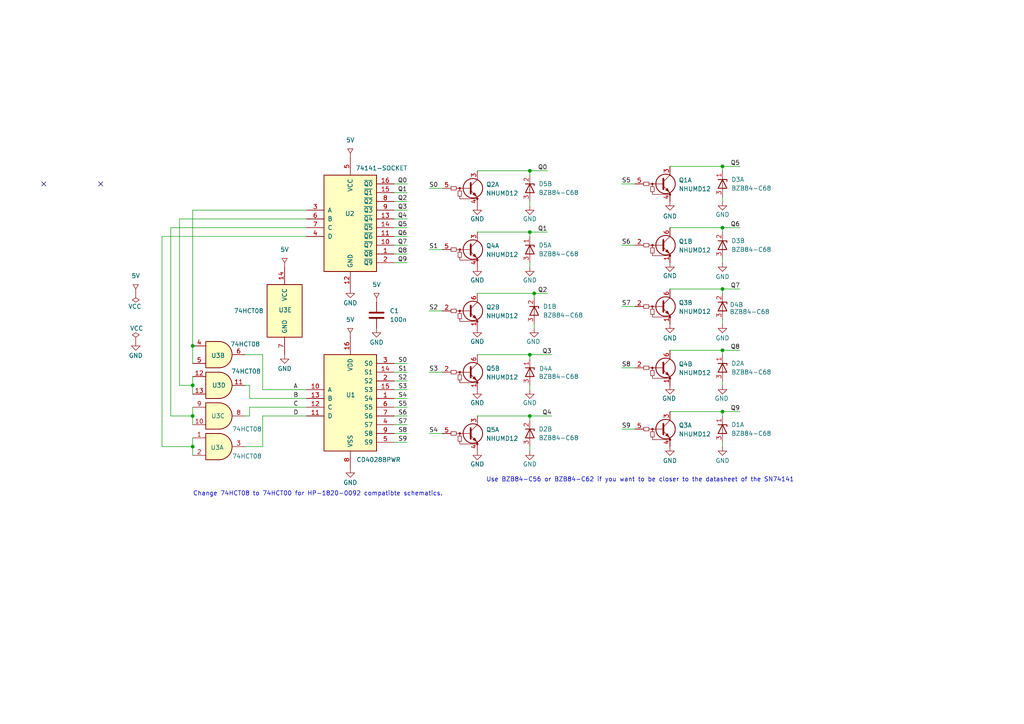
<source format=kicad_sch>
(kicad_sch
	(version 20231120)
	(generator "eeschema")
	(generator_version "8.0")
	(uuid "e1308047-26ef-43bf-9ca1-f4b558699daf")
	(paper "A4")
	(title_block
		(title "SN74141 Replacement")
		(date "2025-03-28")
		(rev "A")
		(company "Gloeidraad.nl")
	)
	(lib_symbols
		(symbol "!Gloeidraad:5V"
			(power)
			(pin_names
				(offset 0)
			)
			(exclude_from_sim no)
			(in_bom yes)
			(on_board yes)
			(property "Reference" "#PWR"
				(at 0 -2.794 0)
				(effects
					(font
						(size 1.27 1.27)
					)
					(hide yes)
				)
			)
			(property "Value" "5V"
				(at 0 3.556 0)
				(effects
					(font
						(size 1.27 1.27)
					)
				)
			)
			(property "Footprint" ""
				(at 0 0 0)
				(effects
					(font
						(size 1.27 1.27)
					)
					(hide yes)
				)
			)
			(property "Datasheet" ""
				(at 0 0 0)
				(effects
					(font
						(size 1.27 1.27)
					)
					(hide yes)
				)
			)
			(property "Description" "Power symbol creates a global label with name \"5V\""
				(at 0 0 0)
				(effects
					(font
						(size 1.27 1.27)
					)
					(hide yes)
				)
			)
			(property "ki_keywords" "global power"
				(at 0 0 0)
				(effects
					(font
						(size 1.27 1.27)
					)
					(hide yes)
				)
			)
			(symbol "5V_0_1"
				(polyline
					(pts
						(xy -0.762 2.54) (xy 0 1.27)
					)
					(stroke
						(width 0)
						(type default)
					)
					(fill
						(type none)
					)
				)
				(polyline
					(pts
						(xy -0.762 2.54) (xy 0.762 2.54)
					)
					(stroke
						(width 0)
						(type default)
					)
					(fill
						(type none)
					)
				)
				(polyline
					(pts
						(xy 0 0) (xy 0 1.27)
					)
					(stroke
						(width 0)
						(type default)
					)
					(fill
						(type none)
					)
				)
				(polyline
					(pts
						(xy 0 1.27) (xy 0.762 2.54)
					)
					(stroke
						(width 0)
						(type default)
					)
					(fill
						(type none)
					)
				)
			)
			(symbol "5V_1_1"
				(pin power_in line
					(at 0 0 180)
					(length 0) hide
					(name "V5"
						(effects
							(font
								(size 1.27 1.27)
							)
						)
					)
					(number "1"
						(effects
							(font
								(size 1.27 1.27)
							)
						)
					)
				)
			)
		)
		(symbol "!Gloeidraad:74141"
			(pin_names
				(offset 1.016)
			)
			(exclude_from_sim no)
			(in_bom yes)
			(on_board yes)
			(property "Reference" "U2"
				(at -1.524 1.524 0)
				(effects
					(font
						(size 1.27 1.27)
					)
					(justify left)
				)
			)
			(property "Value" "74141-SOCKET"
				(at 1.524 14.732 0)
				(effects
					(font
						(size 1.27 1.27)
					)
					(justify left)
				)
			)
			(property "Footprint" "!Gloeidraad:DIP-16-header-type2"
				(at 0 0 0)
				(effects
					(font
						(size 1.27 1.27)
					)
					(hide yes)
				)
			)
			(property "Datasheet" "http://www.intersil.com/content/dam/Intersil/documents/cd40/cd4028bms.pdf"
				(at 0 0 0)
				(effects
					(font
						(size 1.27 1.27)
					)
					(hide yes)
				)
			)
			(property "Description" "Decoder 4 to 10 lines"
				(at 0 0 0)
				(effects
					(font
						(size 1.27 1.27)
					)
					(hide yes)
				)
			)
			(property "ki_locked" ""
				(at 0 0 0)
				(effects
					(font
						(size 1.27 1.27)
					)
				)
			)
			(property "ki_keywords" "CMOS DECOD DECOD10"
				(at 0 0 0)
				(effects
					(font
						(size 1.27 1.27)
					)
					(hide yes)
				)
			)
			(property "ki_fp_filters" "DIP?16*"
				(at 0 0 0)
				(effects
					(font
						(size 1.27 1.27)
					)
					(hide yes)
				)
			)
			(symbol "74141_1_0"
				(pin output line
					(at 12.7 -10.16 180)
					(length 5.08)
					(name "~{Q8}"
						(effects
							(font
								(size 1.27 1.27)
							)
						)
					)
					(number "1"
						(effects
							(font
								(size 1.27 1.27)
							)
						)
					)
				)
				(pin output line
					(at 12.7 -7.62 180)
					(length 5.08)
					(name "~{Q7}"
						(effects
							(font
								(size 1.27 1.27)
							)
						)
					)
					(number "10"
						(effects
							(font
								(size 1.27 1.27)
							)
						)
					)
				)
				(pin output line
					(at 12.7 -5.08 180)
					(length 5.08)
					(name "~{Q6}"
						(effects
							(font
								(size 1.27 1.27)
							)
						)
					)
					(number "11"
						(effects
							(font
								(size 1.27 1.27)
							)
						)
					)
				)
				(pin power_in line
					(at 0 -20.32 90)
					(length 5.08)
					(name "GND"
						(effects
							(font
								(size 1.27 1.27)
							)
						)
					)
					(number "12"
						(effects
							(font
								(size 1.27 1.27)
							)
						)
					)
				)
				(pin output line
					(at 12.7 0 180)
					(length 5.08)
					(name "~{Q4}"
						(effects
							(font
								(size 1.27 1.27)
							)
						)
					)
					(number "13"
						(effects
							(font
								(size 1.27 1.27)
							)
						)
					)
				)
				(pin output line
					(at 12.7 -2.54 180)
					(length 5.08)
					(name "~{Q5}"
						(effects
							(font
								(size 1.27 1.27)
							)
						)
					)
					(number "14"
						(effects
							(font
								(size 1.27 1.27)
							)
						)
					)
				)
				(pin output line
					(at 12.7 7.62 180)
					(length 5.08)
					(name "~{Q1}"
						(effects
							(font
								(size 1.27 1.27)
							)
						)
					)
					(number "15"
						(effects
							(font
								(size 1.27 1.27)
							)
						)
					)
				)
				(pin output line
					(at 12.7 10.16 180)
					(length 5.08)
					(name "~{Q0}"
						(effects
							(font
								(size 1.27 1.27)
							)
						)
					)
					(number "16"
						(effects
							(font
								(size 1.27 1.27)
							)
						)
					)
				)
				(pin output line
					(at 12.7 -12.7 180)
					(length 5.08)
					(name "~{Q9}"
						(effects
							(font
								(size 1.27 1.27)
							)
						)
					)
					(number "2"
						(effects
							(font
								(size 1.27 1.27)
							)
						)
					)
				)
				(pin output line
					(at -12.7 2.54 0)
					(length 5.08)
					(name "A"
						(effects
							(font
								(size 1.27 1.27)
							)
						)
					)
					(number "3"
						(effects
							(font
								(size 1.27 1.27)
							)
						)
					)
				)
				(pin output line
					(at -12.7 -5.08 0)
					(length 5.08)
					(name "D"
						(effects
							(font
								(size 1.27 1.27)
							)
						)
					)
					(number "4"
						(effects
							(font
								(size 1.27 1.27)
							)
						)
					)
				)
				(pin power_in line
					(at 0 17.78 270)
					(length 5.08)
					(name "VCC"
						(effects
							(font
								(size 1.27 1.27)
							)
						)
					)
					(number "5"
						(effects
							(font
								(size 1.27 1.27)
							)
						)
					)
				)
				(pin output line
					(at -12.7 0 0)
					(length 5.08)
					(name "B"
						(effects
							(font
								(size 1.27 1.27)
							)
						)
					)
					(number "6"
						(effects
							(font
								(size 1.27 1.27)
							)
						)
					)
				)
				(pin output line
					(at -12.7 -2.54 0)
					(length 5.08)
					(name "C"
						(effects
							(font
								(size 1.27 1.27)
							)
						)
					)
					(number "7"
						(effects
							(font
								(size 1.27 1.27)
							)
						)
					)
				)
				(pin output line
					(at 12.7 5.08 180)
					(length 5.08)
					(name "~{Q2}"
						(effects
							(font
								(size 1.27 1.27)
							)
						)
					)
					(number "8"
						(effects
							(font
								(size 1.27 1.27)
							)
						)
					)
				)
				(pin output line
					(at 12.7 2.54 180)
					(length 5.08)
					(name "~{Q3}"
						(effects
							(font
								(size 1.27 1.27)
							)
						)
					)
					(number "9"
						(effects
							(font
								(size 1.27 1.27)
							)
						)
					)
				)
			)
			(symbol "74141_1_1"
				(rectangle
					(start -7.62 12.7)
					(end 7.62 -15.24)
					(stroke
						(width 0.254)
						(type default)
					)
					(fill
						(type background)
					)
				)
			)
		)
		(symbol "!Gloeidraad:BZB84"
			(pin_names
				(offset 0.762) hide)
			(exclude_from_sim no)
			(in_bom yes)
			(on_board yes)
			(property "Reference" "D"
				(at 0 6.35 0)
				(effects
					(font
						(size 1.27 1.27)
					)
				)
			)
			(property "Value" "BZB84"
				(at 0 3.81 0)
				(effects
					(font
						(size 1.27 1.27)
					)
				)
			)
			(property "Footprint" "Package_TO_SOT_SMD:SOT-23"
				(at -2.54 -2.54 0)
				(effects
					(font
						(size 1.27 1.27)
					)
					(hide yes)
				)
			)
			(property "Datasheet" "~"
				(at -2.54 -2.54 0)
				(effects
					(font
						(size 1.27 1.27)
					)
					(hide yes)
				)
			)
			(property "Description" "Dual Zener diode, common anode on pin 3"
				(at 0 0 0)
				(effects
					(font
						(size 1.27 1.27)
					)
					(hide yes)
				)
			)
			(property "ki_locked" ""
				(at 0 0 0)
				(effects
					(font
						(size 1.27 1.27)
					)
				)
			)
			(property "ki_keywords" "diode"
				(at 0 0 0)
				(effects
					(font
						(size 1.27 1.27)
					)
					(hide yes)
				)
			)
			(symbol "BZB84_0_0"
				(polyline
					(pts
						(xy 1.27 1.27) (xy 1.27 -1.27) (xy 0.762 -1.27)
					)
					(stroke
						(width 0.254)
						(type default)
					)
					(fill
						(type none)
					)
				)
			)
			(symbol "BZB84_0_1"
				(polyline
					(pts
						(xy 1.27 0) (xy -1.27 0)
					)
					(stroke
						(width 0)
						(type default)
					)
					(fill
						(type none)
					)
				)
				(polyline
					(pts
						(xy -1.27 1.27) (xy 1.27 0) (xy -1.27 -1.27) (xy -1.27 1.27) (xy -1.27 1.27) (xy -1.27 1.27)
					)
					(stroke
						(width 0.254)
						(type default)
					)
					(fill
						(type none)
					)
				)
				(pin passive line
					(at -3.81 0 0)
					(length 2.54)
					(name "A"
						(effects
							(font
								(size 1.27 1.27)
							)
						)
					)
					(number "3"
						(effects
							(font
								(size 1.27 1.27)
							)
						)
					)
				)
			)
			(symbol "BZB84_1_1"
				(pin passive line
					(at 3.81 0 180)
					(length 2.54)
					(name "K"
						(effects
							(font
								(size 1.27 1.27)
							)
						)
					)
					(number "1"
						(effects
							(font
								(size 1.27 1.27)
							)
						)
					)
				)
			)
			(symbol "BZB84_2_1"
				(pin passive line
					(at 3.81 0 180)
					(length 2.54)
					(name "K"
						(effects
							(font
								(size 1.27 1.27)
							)
						)
					)
					(number "2"
						(effects
							(font
								(size 1.27 1.27)
							)
						)
					)
				)
			)
		)
		(symbol "!Gloeidraad:PGND"
			(power)
			(pin_names
				(offset 0)
			)
			(exclude_from_sim no)
			(in_bom yes)
			(on_board yes)
			(property "Reference" "#PWR"
				(at 0.127 -5.334 0)
				(effects
					(font
						(size 1.27 1.27)
					)
					(hide yes)
				)
			)
			(property "Value" "PGND"
				(at 0 -3.81 0)
				(effects
					(font
						(size 1.27 1.27)
					)
				)
			)
			(property "Footprint" ""
				(at 0 0 0)
				(effects
					(font
						(size 1.27 1.27)
					)
					(hide yes)
				)
			)
			(property "Datasheet" ""
				(at 0 0 0)
				(effects
					(font
						(size 1.27 1.27)
					)
					(hide yes)
				)
			)
			(property "Description" "Power symbol creates a global label with name \"GND\" , ground"
				(at 0 0 0)
				(effects
					(font
						(size 1.27 1.27)
					)
					(hide yes)
				)
			)
			(property "ki_keywords" "global power"
				(at 0 0 0)
				(effects
					(font
						(size 1.27 1.27)
					)
					(hide yes)
				)
			)
			(symbol "PGND_0_1"
				(polyline
					(pts
						(xy 0 0) (xy 0 -1.27) (xy 1.27 -1.27) (xy 0 -2.54) (xy -1.27 -1.27) (xy 0 -1.27)
					)
					(stroke
						(width 0)
						(type default)
					)
					(fill
						(type none)
					)
				)
			)
			(symbol "PGND_1_1"
				(pin power_in line
					(at 0 0 270)
					(length 0) hide
					(name "PGND"
						(effects
							(font
								(size 1.27 1.27)
							)
						)
					)
					(number "1"
						(effects
							(font
								(size 1.27 1.27)
							)
						)
					)
				)
			)
		)
		(symbol "4xxx:4028"
			(pin_names
				(offset 1.016)
			)
			(exclude_from_sim no)
			(in_bom yes)
			(on_board yes)
			(property "Reference" "U1"
				(at 2.1941 17.78 0)
				(effects
					(font
						(size 1.27 1.27)
					)
					(justify left)
				)
			)
			(property "Value" "4028"
				(at 2.1941 15.24 0)
				(effects
					(font
						(size 1.27 1.27)
					)
					(justify left)
				)
			)
			(property "Footprint" "Package_SO:TSSOP-16_4.4x5mm_P0.65mm"
				(at 0 0 0)
				(effects
					(font
						(size 1.27 1.27)
					)
					(hide yes)
				)
			)
			(property "Datasheet" "http://www.intersil.com/content/dam/Intersil/documents/cd40/cd4028bms.pdf"
				(at 0 0 0)
				(effects
					(font
						(size 1.27 1.27)
					)
					(hide yes)
				)
			)
			(property "Description" "Decoder 4 to 10 lines"
				(at 0 0 0)
				(effects
					(font
						(size 1.27 1.27)
					)
					(hide yes)
				)
			)
			(property "ki_locked" ""
				(at 0 0 0)
				(effects
					(font
						(size 1.27 1.27)
					)
				)
			)
			(property "ki_keywords" "CMOS DECOD DECOD10"
				(at 0 0 0)
				(effects
					(font
						(size 1.27 1.27)
					)
					(hide yes)
				)
			)
			(property "ki_fp_filters" "DIP?16*"
				(at 0 0 0)
				(effects
					(font
						(size 1.27 1.27)
					)
					(hide yes)
				)
			)
			(symbol "4028_1_0"
				(pin output line
					(at 12.7 0 180)
					(length 5.08)
					(name "S4"
						(effects
							(font
								(size 1.27 1.27)
							)
						)
					)
					(number "1"
						(effects
							(font
								(size 1.27 1.27)
							)
						)
					)
				)
				(pin input line
					(at -12.7 2.54 0)
					(length 5.08)
					(name "A"
						(effects
							(font
								(size 1.27 1.27)
							)
						)
					)
					(number "10"
						(effects
							(font
								(size 1.27 1.27)
							)
						)
					)
				)
				(pin input line
					(at -12.7 -5.08 0)
					(length 5.08)
					(name "D"
						(effects
							(font
								(size 1.27 1.27)
							)
						)
					)
					(number "11"
						(effects
							(font
								(size 1.27 1.27)
							)
						)
					)
				)
				(pin input line
					(at -12.7 -2.54 0)
					(length 5.08)
					(name "C"
						(effects
							(font
								(size 1.27 1.27)
							)
						)
					)
					(number "12"
						(effects
							(font
								(size 1.27 1.27)
							)
						)
					)
				)
				(pin input line
					(at -12.7 0 0)
					(length 5.08)
					(name "B"
						(effects
							(font
								(size 1.27 1.27)
							)
						)
					)
					(number "13"
						(effects
							(font
								(size 1.27 1.27)
							)
						)
					)
				)
				(pin output line
					(at 12.7 7.62 180)
					(length 5.08)
					(name "S1"
						(effects
							(font
								(size 1.27 1.27)
							)
						)
					)
					(number "14"
						(effects
							(font
								(size 1.27 1.27)
							)
						)
					)
				)
				(pin output line
					(at 12.7 2.54 180)
					(length 5.08)
					(name "S3"
						(effects
							(font
								(size 1.27 1.27)
							)
						)
					)
					(number "15"
						(effects
							(font
								(size 1.27 1.27)
							)
						)
					)
				)
				(pin power_in line
					(at 0 17.78 270)
					(length 5.08)
					(name "VDD"
						(effects
							(font
								(size 1.27 1.27)
							)
						)
					)
					(number "16"
						(effects
							(font
								(size 1.27 1.27)
							)
						)
					)
				)
				(pin output line
					(at 12.7 5.08 180)
					(length 5.08)
					(name "S2"
						(effects
							(font
								(size 1.27 1.27)
							)
						)
					)
					(number "2"
						(effects
							(font
								(size 1.27 1.27)
							)
						)
					)
				)
				(pin output line
					(at 12.7 10.16 180)
					(length 5.08)
					(name "S0"
						(effects
							(font
								(size 1.27 1.27)
							)
						)
					)
					(number "3"
						(effects
							(font
								(size 1.27 1.27)
							)
						)
					)
				)
				(pin output line
					(at 12.7 -7.62 180)
					(length 5.08)
					(name "S7"
						(effects
							(font
								(size 1.27 1.27)
							)
						)
					)
					(number "4"
						(effects
							(font
								(size 1.27 1.27)
							)
						)
					)
				)
				(pin output line
					(at 12.7 -12.7 180)
					(length 5.08)
					(name "S9"
						(effects
							(font
								(size 1.27 1.27)
							)
						)
					)
					(number "5"
						(effects
							(font
								(size 1.27 1.27)
							)
						)
					)
				)
				(pin output line
					(at 12.7 -2.54 180)
					(length 5.08)
					(name "S5"
						(effects
							(font
								(size 1.27 1.27)
							)
						)
					)
					(number "6"
						(effects
							(font
								(size 1.27 1.27)
							)
						)
					)
				)
				(pin output line
					(at 12.7 -5.08 180)
					(length 5.08)
					(name "S6"
						(effects
							(font
								(size 1.27 1.27)
							)
						)
					)
					(number "7"
						(effects
							(font
								(size 1.27 1.27)
							)
						)
					)
				)
				(pin power_in line
					(at 0 -20.32 90)
					(length 5.08)
					(name "VSS"
						(effects
							(font
								(size 1.27 1.27)
							)
						)
					)
					(number "8"
						(effects
							(font
								(size 1.27 1.27)
							)
						)
					)
				)
				(pin output line
					(at 12.7 -10.16 180)
					(length 5.08)
					(name "S8"
						(effects
							(font
								(size 1.27 1.27)
							)
						)
					)
					(number "9"
						(effects
							(font
								(size 1.27 1.27)
							)
						)
					)
				)
			)
			(symbol "4028_1_1"
				(rectangle
					(start -7.62 12.7)
					(end 7.62 -15.24)
					(stroke
						(width 0.254)
						(type default)
					)
					(fill
						(type background)
					)
				)
			)
		)
		(symbol "74xx:74LS08"
			(pin_names
				(offset 1.016)
			)
			(exclude_from_sim no)
			(in_bom yes)
			(on_board yes)
			(property "Reference" "U"
				(at 0 1.27 0)
				(effects
					(font
						(size 1.27 1.27)
					)
				)
			)
			(property "Value" "74LS08"
				(at 0 -1.27 0)
				(effects
					(font
						(size 1.27 1.27)
					)
				)
			)
			(property "Footprint" ""
				(at 0 0 0)
				(effects
					(font
						(size 1.27 1.27)
					)
					(hide yes)
				)
			)
			(property "Datasheet" "http://www.ti.com/lit/gpn/sn74LS08"
				(at 0 0 0)
				(effects
					(font
						(size 1.27 1.27)
					)
					(hide yes)
				)
			)
			(property "Description" "Quad And2"
				(at 0 0 0)
				(effects
					(font
						(size 1.27 1.27)
					)
					(hide yes)
				)
			)
			(property "ki_locked" ""
				(at 0 0 0)
				(effects
					(font
						(size 1.27 1.27)
					)
				)
			)
			(property "ki_keywords" "TTL and2"
				(at 0 0 0)
				(effects
					(font
						(size 1.27 1.27)
					)
					(hide yes)
				)
			)
			(property "ki_fp_filters" "DIP*W7.62mm*"
				(at 0 0 0)
				(effects
					(font
						(size 1.27 1.27)
					)
					(hide yes)
				)
			)
			(symbol "74LS08_1_1"
				(arc
					(start 0 -3.81)
					(mid 3.7934 0)
					(end 0 3.81)
					(stroke
						(width 0.254)
						(type default)
					)
					(fill
						(type background)
					)
				)
				(polyline
					(pts
						(xy 0 3.81) (xy -3.81 3.81) (xy -3.81 -3.81) (xy 0 -3.81)
					)
					(stroke
						(width 0.254)
						(type default)
					)
					(fill
						(type background)
					)
				)
				(pin input line
					(at -7.62 2.54 0)
					(length 3.81)
					(name "~"
						(effects
							(font
								(size 1.27 1.27)
							)
						)
					)
					(number "1"
						(effects
							(font
								(size 1.27 1.27)
							)
						)
					)
				)
				(pin input line
					(at -7.62 -2.54 0)
					(length 3.81)
					(name "~"
						(effects
							(font
								(size 1.27 1.27)
							)
						)
					)
					(number "2"
						(effects
							(font
								(size 1.27 1.27)
							)
						)
					)
				)
				(pin output line
					(at 7.62 0 180)
					(length 3.81)
					(name "~"
						(effects
							(font
								(size 1.27 1.27)
							)
						)
					)
					(number "3"
						(effects
							(font
								(size 1.27 1.27)
							)
						)
					)
				)
			)
			(symbol "74LS08_1_2"
				(arc
					(start -3.81 -3.81)
					(mid -2.589 0)
					(end -3.81 3.81)
					(stroke
						(width 0.254)
						(type default)
					)
					(fill
						(type none)
					)
				)
				(arc
					(start -0.6096 -3.81)
					(mid 2.1842 -2.5851)
					(end 3.81 0)
					(stroke
						(width 0.254)
						(type default)
					)
					(fill
						(type background)
					)
				)
				(polyline
					(pts
						(xy -3.81 -3.81) (xy -0.635 -3.81)
					)
					(stroke
						(width 0.254)
						(type default)
					)
					(fill
						(type background)
					)
				)
				(polyline
					(pts
						(xy -3.81 3.81) (xy -0.635 3.81)
					)
					(stroke
						(width 0.254)
						(type default)
					)
					(fill
						(type background)
					)
				)
				(polyline
					(pts
						(xy -0.635 3.81) (xy -3.81 3.81) (xy -3.81 3.81) (xy -3.556 3.4036) (xy -3.0226 2.2606) (xy -2.6924 1.0414)
						(xy -2.6162 -0.254) (xy -2.7686 -1.4986) (xy -3.175 -2.7178) (xy -3.81 -3.81) (xy -3.81 -3.81)
						(xy -0.635 -3.81)
					)
					(stroke
						(width -25.4)
						(type default)
					)
					(fill
						(type background)
					)
				)
				(arc
					(start 3.81 0)
					(mid 2.1915 2.5936)
					(end -0.6096 3.81)
					(stroke
						(width 0.254)
						(type default)
					)
					(fill
						(type background)
					)
				)
				(pin input inverted
					(at -7.62 2.54 0)
					(length 4.318)
					(name "~"
						(effects
							(font
								(size 1.27 1.27)
							)
						)
					)
					(number "1"
						(effects
							(font
								(size 1.27 1.27)
							)
						)
					)
				)
				(pin input inverted
					(at -7.62 -2.54 0)
					(length 4.318)
					(name "~"
						(effects
							(font
								(size 1.27 1.27)
							)
						)
					)
					(number "2"
						(effects
							(font
								(size 1.27 1.27)
							)
						)
					)
				)
				(pin output inverted
					(at 7.62 0 180)
					(length 3.81)
					(name "~"
						(effects
							(font
								(size 1.27 1.27)
							)
						)
					)
					(number "3"
						(effects
							(font
								(size 1.27 1.27)
							)
						)
					)
				)
			)
			(symbol "74LS08_2_1"
				(arc
					(start 0 -3.81)
					(mid 3.7934 0)
					(end 0 3.81)
					(stroke
						(width 0.254)
						(type default)
					)
					(fill
						(type background)
					)
				)
				(polyline
					(pts
						(xy 0 3.81) (xy -3.81 3.81) (xy -3.81 -3.81) (xy 0 -3.81)
					)
					(stroke
						(width 0.254)
						(type default)
					)
					(fill
						(type background)
					)
				)
				(pin input line
					(at -7.62 2.54 0)
					(length 3.81)
					(name "~"
						(effects
							(font
								(size 1.27 1.27)
							)
						)
					)
					(number "4"
						(effects
							(font
								(size 1.27 1.27)
							)
						)
					)
				)
				(pin input line
					(at -7.62 -2.54 0)
					(length 3.81)
					(name "~"
						(effects
							(font
								(size 1.27 1.27)
							)
						)
					)
					(number "5"
						(effects
							(font
								(size 1.27 1.27)
							)
						)
					)
				)
				(pin output line
					(at 7.62 0 180)
					(length 3.81)
					(name "~"
						(effects
							(font
								(size 1.27 1.27)
							)
						)
					)
					(number "6"
						(effects
							(font
								(size 1.27 1.27)
							)
						)
					)
				)
			)
			(symbol "74LS08_2_2"
				(arc
					(start -3.81 -3.81)
					(mid -2.589 0)
					(end -3.81 3.81)
					(stroke
						(width 0.254)
						(type default)
					)
					(fill
						(type none)
					)
				)
				(arc
					(start -0.6096 -3.81)
					(mid 2.1842 -2.5851)
					(end 3.81 0)
					(stroke
						(width 0.254)
						(type default)
					)
					(fill
						(type background)
					)
				)
				(polyline
					(pts
						(xy -3.81 -3.81) (xy -0.635 -3.81)
					)
					(stroke
						(width 0.254)
						(type default)
					)
					(fill
						(type background)
					)
				)
				(polyline
					(pts
						(xy -3.81 3.81) (xy -0.635 3.81)
					)
					(stroke
						(width 0.254)
						(type default)
					)
					(fill
						(type background)
					)
				)
				(polyline
					(pts
						(xy -0.635 3.81) (xy -3.81 3.81) (xy -3.81 3.81) (xy -3.556 3.4036) (xy -3.0226 2.2606) (xy -2.6924 1.0414)
						(xy -2.6162 -0.254) (xy -2.7686 -1.4986) (xy -3.175 -2.7178) (xy -3.81 -3.81) (xy -3.81 -3.81)
						(xy -0.635 -3.81)
					)
					(stroke
						(width -25.4)
						(type default)
					)
					(fill
						(type background)
					)
				)
				(arc
					(start 3.81 0)
					(mid 2.1915 2.5936)
					(end -0.6096 3.81)
					(stroke
						(width 0.254)
						(type default)
					)
					(fill
						(type background)
					)
				)
				(pin input inverted
					(at -7.62 2.54 0)
					(length 4.318)
					(name "~"
						(effects
							(font
								(size 1.27 1.27)
							)
						)
					)
					(number "4"
						(effects
							(font
								(size 1.27 1.27)
							)
						)
					)
				)
				(pin input inverted
					(at -7.62 -2.54 0)
					(length 4.318)
					(name "~"
						(effects
							(font
								(size 1.27 1.27)
							)
						)
					)
					(number "5"
						(effects
							(font
								(size 1.27 1.27)
							)
						)
					)
				)
				(pin output inverted
					(at 7.62 0 180)
					(length 3.81)
					(name "~"
						(effects
							(font
								(size 1.27 1.27)
							)
						)
					)
					(number "6"
						(effects
							(font
								(size 1.27 1.27)
							)
						)
					)
				)
			)
			(symbol "74LS08_3_1"
				(arc
					(start 0 -3.81)
					(mid 3.7934 0)
					(end 0 3.81)
					(stroke
						(width 0.254)
						(type default)
					)
					(fill
						(type background)
					)
				)
				(polyline
					(pts
						(xy 0 3.81) (xy -3.81 3.81) (xy -3.81 -3.81) (xy 0 -3.81)
					)
					(stroke
						(width 0.254)
						(type default)
					)
					(fill
						(type background)
					)
				)
				(pin input line
					(at -7.62 -2.54 0)
					(length 3.81)
					(name "~"
						(effects
							(font
								(size 1.27 1.27)
							)
						)
					)
					(number "10"
						(effects
							(font
								(size 1.27 1.27)
							)
						)
					)
				)
				(pin output line
					(at 7.62 0 180)
					(length 3.81)
					(name "~"
						(effects
							(font
								(size 1.27 1.27)
							)
						)
					)
					(number "8"
						(effects
							(font
								(size 1.27 1.27)
							)
						)
					)
				)
				(pin input line
					(at -7.62 2.54 0)
					(length 3.81)
					(name "~"
						(effects
							(font
								(size 1.27 1.27)
							)
						)
					)
					(number "9"
						(effects
							(font
								(size 1.27 1.27)
							)
						)
					)
				)
			)
			(symbol "74LS08_3_2"
				(arc
					(start -3.81 -3.81)
					(mid -2.589 0)
					(end -3.81 3.81)
					(stroke
						(width 0.254)
						(type default)
					)
					(fill
						(type none)
					)
				)
				(arc
					(start -0.6096 -3.81)
					(mid 2.1842 -2.5851)
					(end 3.81 0)
					(stroke
						(width 0.254)
						(type default)
					)
					(fill
						(type background)
					)
				)
				(polyline
					(pts
						(xy -3.81 -3.81) (xy -0.635 -3.81)
					)
					(stroke
						(width 0.254)
						(type default)
					)
					(fill
						(type background)
					)
				)
				(polyline
					(pts
						(xy -3.81 3.81) (xy -0.635 3.81)
					)
					(stroke
						(width 0.254)
						(type default)
					)
					(fill
						(type background)
					)
				)
				(polyline
					(pts
						(xy -0.635 3.81) (xy -3.81 3.81) (xy -3.81 3.81) (xy -3.556 3.4036) (xy -3.0226 2.2606) (xy -2.6924 1.0414)
						(xy -2.6162 -0.254) (xy -2.7686 -1.4986) (xy -3.175 -2.7178) (xy -3.81 -3.81) (xy -3.81 -3.81)
						(xy -0.635 -3.81)
					)
					(stroke
						(width -25.4)
						(type default)
					)
					(fill
						(type background)
					)
				)
				(arc
					(start 3.81 0)
					(mid 2.1915 2.5936)
					(end -0.6096 3.81)
					(stroke
						(width 0.254)
						(type default)
					)
					(fill
						(type background)
					)
				)
				(pin input inverted
					(at -7.62 -2.54 0)
					(length 4.318)
					(name "~"
						(effects
							(font
								(size 1.27 1.27)
							)
						)
					)
					(number "10"
						(effects
							(font
								(size 1.27 1.27)
							)
						)
					)
				)
				(pin output inverted
					(at 7.62 0 180)
					(length 3.81)
					(name "~"
						(effects
							(font
								(size 1.27 1.27)
							)
						)
					)
					(number "8"
						(effects
							(font
								(size 1.27 1.27)
							)
						)
					)
				)
				(pin input inverted
					(at -7.62 2.54 0)
					(length 4.318)
					(name "~"
						(effects
							(font
								(size 1.27 1.27)
							)
						)
					)
					(number "9"
						(effects
							(font
								(size 1.27 1.27)
							)
						)
					)
				)
			)
			(symbol "74LS08_4_1"
				(arc
					(start 0 -3.81)
					(mid 3.7934 0)
					(end 0 3.81)
					(stroke
						(width 0.254)
						(type default)
					)
					(fill
						(type background)
					)
				)
				(polyline
					(pts
						(xy 0 3.81) (xy -3.81 3.81) (xy -3.81 -3.81) (xy 0 -3.81)
					)
					(stroke
						(width 0.254)
						(type default)
					)
					(fill
						(type background)
					)
				)
				(pin output line
					(at 7.62 0 180)
					(length 3.81)
					(name "~"
						(effects
							(font
								(size 1.27 1.27)
							)
						)
					)
					(number "11"
						(effects
							(font
								(size 1.27 1.27)
							)
						)
					)
				)
				(pin input line
					(at -7.62 2.54 0)
					(length 3.81)
					(name "~"
						(effects
							(font
								(size 1.27 1.27)
							)
						)
					)
					(number "12"
						(effects
							(font
								(size 1.27 1.27)
							)
						)
					)
				)
				(pin input line
					(at -7.62 -2.54 0)
					(length 3.81)
					(name "~"
						(effects
							(font
								(size 1.27 1.27)
							)
						)
					)
					(number "13"
						(effects
							(font
								(size 1.27 1.27)
							)
						)
					)
				)
			)
			(symbol "74LS08_4_2"
				(arc
					(start -3.81 -3.81)
					(mid -2.589 0)
					(end -3.81 3.81)
					(stroke
						(width 0.254)
						(type default)
					)
					(fill
						(type none)
					)
				)
				(arc
					(start -0.6096 -3.81)
					(mid 2.1842 -2.5851)
					(end 3.81 0)
					(stroke
						(width 0.254)
						(type default)
					)
					(fill
						(type background)
					)
				)
				(polyline
					(pts
						(xy -3.81 -3.81) (xy -0.635 -3.81)
					)
					(stroke
						(width 0.254)
						(type default)
					)
					(fill
						(type background)
					)
				)
				(polyline
					(pts
						(xy -3.81 3.81) (xy -0.635 3.81)
					)
					(stroke
						(width 0.254)
						(type default)
					)
					(fill
						(type background)
					)
				)
				(polyline
					(pts
						(xy -0.635 3.81) (xy -3.81 3.81) (xy -3.81 3.81) (xy -3.556 3.4036) (xy -3.0226 2.2606) (xy -2.6924 1.0414)
						(xy -2.6162 -0.254) (xy -2.7686 -1.4986) (xy -3.175 -2.7178) (xy -3.81 -3.81) (xy -3.81 -3.81)
						(xy -0.635 -3.81)
					)
					(stroke
						(width -25.4)
						(type default)
					)
					(fill
						(type background)
					)
				)
				(arc
					(start 3.81 0)
					(mid 2.1915 2.5936)
					(end -0.6096 3.81)
					(stroke
						(width 0.254)
						(type default)
					)
					(fill
						(type background)
					)
				)
				(pin output inverted
					(at 7.62 0 180)
					(length 3.81)
					(name "~"
						(effects
							(font
								(size 1.27 1.27)
							)
						)
					)
					(number "11"
						(effects
							(font
								(size 1.27 1.27)
							)
						)
					)
				)
				(pin input inverted
					(at -7.62 2.54 0)
					(length 4.318)
					(name "~"
						(effects
							(font
								(size 1.27 1.27)
							)
						)
					)
					(number "12"
						(effects
							(font
								(size 1.27 1.27)
							)
						)
					)
				)
				(pin input inverted
					(at -7.62 -2.54 0)
					(length 4.318)
					(name "~"
						(effects
							(font
								(size 1.27 1.27)
							)
						)
					)
					(number "13"
						(effects
							(font
								(size 1.27 1.27)
							)
						)
					)
				)
			)
			(symbol "74LS08_5_0"
				(pin power_in line
					(at 0 12.7 270)
					(length 5.08)
					(name "VCC"
						(effects
							(font
								(size 1.27 1.27)
							)
						)
					)
					(number "14"
						(effects
							(font
								(size 1.27 1.27)
							)
						)
					)
				)
				(pin power_in line
					(at 0 -12.7 90)
					(length 5.08)
					(name "GND"
						(effects
							(font
								(size 1.27 1.27)
							)
						)
					)
					(number "7"
						(effects
							(font
								(size 1.27 1.27)
							)
						)
					)
				)
			)
			(symbol "74LS08_5_1"
				(rectangle
					(start -5.08 7.62)
					(end 5.08 -7.62)
					(stroke
						(width 0.254)
						(type default)
					)
					(fill
						(type background)
					)
				)
			)
		)
		(symbol "Device:C"
			(pin_numbers hide)
			(pin_names
				(offset 0.254)
			)
			(exclude_from_sim no)
			(in_bom yes)
			(on_board yes)
			(property "Reference" "C"
				(at 0.635 2.54 0)
				(effects
					(font
						(size 1.27 1.27)
					)
					(justify left)
				)
			)
			(property "Value" "C"
				(at 0.635 -2.54 0)
				(effects
					(font
						(size 1.27 1.27)
					)
					(justify left)
				)
			)
			(property "Footprint" ""
				(at 0.9652 -3.81 0)
				(effects
					(font
						(size 1.27 1.27)
					)
					(hide yes)
				)
			)
			(property "Datasheet" "~"
				(at 0 0 0)
				(effects
					(font
						(size 1.27 1.27)
					)
					(hide yes)
				)
			)
			(property "Description" "Unpolarized capacitor"
				(at 0 0 0)
				(effects
					(font
						(size 1.27 1.27)
					)
					(hide yes)
				)
			)
			(property "ki_keywords" "cap capacitor"
				(at 0 0 0)
				(effects
					(font
						(size 1.27 1.27)
					)
					(hide yes)
				)
			)
			(property "ki_fp_filters" "C_*"
				(at 0 0 0)
				(effects
					(font
						(size 1.27 1.27)
					)
					(hide yes)
				)
			)
			(symbol "C_0_1"
				(polyline
					(pts
						(xy -2.032 -0.762) (xy 2.032 -0.762)
					)
					(stroke
						(width 0.508)
						(type default)
					)
					(fill
						(type none)
					)
				)
				(polyline
					(pts
						(xy -2.032 0.762) (xy 2.032 0.762)
					)
					(stroke
						(width 0.508)
						(type default)
					)
					(fill
						(type none)
					)
				)
			)
			(symbol "C_1_1"
				(pin passive line
					(at 0 3.81 270)
					(length 2.794)
					(name "~"
						(effects
							(font
								(size 1.27 1.27)
							)
						)
					)
					(number "1"
						(effects
							(font
								(size 1.27 1.27)
							)
						)
					)
				)
				(pin passive line
					(at 0 -3.81 90)
					(length 2.794)
					(name "~"
						(effects
							(font
								(size 1.27 1.27)
							)
						)
					)
					(number "2"
						(effects
							(font
								(size 1.27 1.27)
							)
						)
					)
				)
			)
		)
		(symbol "Transistor_BJT:MUN5213DW1"
			(pin_names hide)
			(exclude_from_sim no)
			(in_bom yes)
			(on_board yes)
			(property "Reference" "Q"
				(at 5.08 1.27 0)
				(effects
					(font
						(size 1.27 1.27)
					)
					(justify left)
				)
			)
			(property "Value" "MUN5213DW1"
				(at 5.08 -1.27 0)
				(effects
					(font
						(size 1.27 1.27)
					)
					(justify left)
				)
			)
			(property "Footprint" "Package_TO_SOT_SMD:SOT-363_SC-70-6"
				(at 0.127 -11.176 0)
				(effects
					(font
						(size 1.27 1.27)
					)
					(hide yes)
				)
			)
			(property "Datasheet" "https://www.onsemi.com/download/data-sheet/pdf/dtc144ed-d.pdf"
				(at 0 0 0)
				(effects
					(font
						(size 1.27 1.27)
					)
					(hide yes)
				)
			)
			(property "Description" "Dual NPN Bias Resistor Transistors, Ic 100mA, Vce 50V, Vin(fwd) 40V, R1 = 47kohms, R2 = 47kohms, SOT-363"
				(at 0 0 0)
				(effects
					(font
						(size 1.27 1.27)
					)
					(hide yes)
				)
			)
			(property "ki_keywords" "BRT Digital Transistor"
				(at 0 0 0)
				(effects
					(font
						(size 1.27 1.27)
					)
					(hide yes)
				)
			)
			(property "ki_fp_filters" "SOT*363*"
				(at 0 0 0)
				(effects
					(font
						(size 1.27 1.27)
					)
					(hide yes)
				)
			)
			(symbol "MUN5213DW1_0_1"
				(rectangle
					(start -5.08 0.508)
					(end -3.556 -0.508)
					(stroke
						(width 0)
						(type default)
					)
					(fill
						(type none)
					)
				)
				(rectangle
					(start -3.048 -0.762)
					(end -2.032 -2.286)
					(stroke
						(width 0)
						(type default)
					)
					(fill
						(type none)
					)
				)
				(circle
					(center -2.54 0)
					(radius 0.254)
					(stroke
						(width 0)
						(type default)
					)
					(fill
						(type outline)
					)
				)
				(polyline
					(pts
						(xy -2.54 -0.762) (xy -2.54 0)
					)
					(stroke
						(width 0)
						(type default)
					)
					(fill
						(type none)
					)
				)
				(polyline
					(pts
						(xy 0.508 0) (xy -3.556 0)
					)
					(stroke
						(width 0)
						(type default)
					)
					(fill
						(type none)
					)
				)
				(polyline
					(pts
						(xy 0.635 1.524) (xy 0.635 -1.524)
					)
					(stroke
						(width 0.508)
						(type default)
					)
					(fill
						(type none)
					)
				)
				(polyline
					(pts
						(xy -2.54 -2.286) (xy -2.54 -3.048) (xy 2.54 -3.048)
					)
					(stroke
						(width 0)
						(type default)
					)
					(fill
						(type none)
					)
				)
				(circle
					(center 2.54 -3.048)
					(radius 0.254)
					(stroke
						(width 0)
						(type default)
					)
					(fill
						(type outline)
					)
				)
			)
			(symbol "MUN5213DW1_1_1"
				(polyline
					(pts
						(xy 0.635 -0.635) (xy 2.54 -2.54)
					)
					(stroke
						(width 0)
						(type default)
					)
					(fill
						(type none)
					)
				)
				(polyline
					(pts
						(xy 0.635 0.635) (xy 2.54 2.54)
					)
					(stroke
						(width 0)
						(type default)
					)
					(fill
						(type none)
					)
				)
				(polyline
					(pts
						(xy 1.27 -1.778) (xy 1.778 -1.27) (xy 2.286 -2.286) (xy 1.27 -1.778)
					)
					(stroke
						(width 0)
						(type default)
					)
					(fill
						(type outline)
					)
				)
				(circle
					(center 1.27 0)
					(radius 2.8194)
					(stroke
						(width 0.254)
						(type default)
					)
					(fill
						(type none)
					)
				)
				(pin passive line
					(at 2.54 5.08 270)
					(length 2.54)
					(name "C1"
						(effects
							(font
								(size 1.27 1.27)
							)
						)
					)
					(number "3"
						(effects
							(font
								(size 1.27 1.27)
							)
						)
					)
				)
				(pin passive line
					(at 2.54 -5.08 90)
					(length 2.54)
					(name "E1"
						(effects
							(font
								(size 1.27 1.27)
							)
						)
					)
					(number "4"
						(effects
							(font
								(size 1.27 1.27)
							)
						)
					)
				)
				(pin input line
					(at -7.62 0 0)
					(length 2.54)
					(name "B1"
						(effects
							(font
								(size 1.27 1.27)
							)
						)
					)
					(number "5"
						(effects
							(font
								(size 1.27 1.27)
							)
						)
					)
				)
			)
			(symbol "MUN5213DW1_2_1"
				(polyline
					(pts
						(xy 0.635 -0.635) (xy 2.54 -2.54)
					)
					(stroke
						(width 0)
						(type default)
					)
					(fill
						(type none)
					)
				)
				(polyline
					(pts
						(xy 0.635 0.635) (xy 2.54 2.54)
					)
					(stroke
						(width 0)
						(type default)
					)
					(fill
						(type none)
					)
				)
				(polyline
					(pts
						(xy 1.27 -1.778) (xy 1.778 -1.27) (xy 2.286 -2.286) (xy 1.27 -1.778)
					)
					(stroke
						(width 0)
						(type default)
					)
					(fill
						(type outline)
					)
				)
				(circle
					(center 1.27 0)
					(radius 2.8194)
					(stroke
						(width 0.254)
						(type default)
					)
					(fill
						(type none)
					)
				)
				(pin passive line
					(at 2.54 -5.08 90)
					(length 2.54)
					(name "E2"
						(effects
							(font
								(size 1.27 1.27)
							)
						)
					)
					(number "1"
						(effects
							(font
								(size 1.27 1.27)
							)
						)
					)
				)
				(pin input line
					(at -7.62 0 0)
					(length 2.54)
					(name "B2"
						(effects
							(font
								(size 1.27 1.27)
							)
						)
					)
					(number "2"
						(effects
							(font
								(size 1.27 1.27)
							)
						)
					)
				)
				(pin passive line
					(at 2.54 5.08 270)
					(length 2.54)
					(name "C2"
						(effects
							(font
								(size 1.27 1.27)
							)
						)
					)
					(number "6"
						(effects
							(font
								(size 1.27 1.27)
							)
						)
					)
				)
			)
		)
		(symbol "power:PWR_FLAG"
			(power)
			(pin_numbers hide)
			(pin_names
				(offset 0) hide)
			(exclude_from_sim no)
			(in_bom yes)
			(on_board yes)
			(property "Reference" "#FLG"
				(at 0 1.905 0)
				(effects
					(font
						(size 1.27 1.27)
					)
					(hide yes)
				)
			)
			(property "Value" "PWR_FLAG"
				(at 0 3.81 0)
				(effects
					(font
						(size 1.27 1.27)
					)
				)
			)
			(property "Footprint" ""
				(at 0 0 0)
				(effects
					(font
						(size 1.27 1.27)
					)
					(hide yes)
				)
			)
			(property "Datasheet" "~"
				(at 0 0 0)
				(effects
					(font
						(size 1.27 1.27)
					)
					(hide yes)
				)
			)
			(property "Description" "Special symbol for telling ERC where power comes from"
				(at 0 0 0)
				(effects
					(font
						(size 1.27 1.27)
					)
					(hide yes)
				)
			)
			(property "ki_keywords" "flag power"
				(at 0 0 0)
				(effects
					(font
						(size 1.27 1.27)
					)
					(hide yes)
				)
			)
			(symbol "PWR_FLAG_0_0"
				(pin power_out line
					(at 0 0 90)
					(length 0)
					(name "~"
						(effects
							(font
								(size 1.27 1.27)
							)
						)
					)
					(number "1"
						(effects
							(font
								(size 1.27 1.27)
							)
						)
					)
				)
			)
			(symbol "PWR_FLAG_0_1"
				(polyline
					(pts
						(xy 0 0) (xy 0 1.27) (xy -1.016 1.905) (xy 0 2.54) (xy 1.016 1.905) (xy 0 1.27)
					)
					(stroke
						(width 0)
						(type default)
					)
					(fill
						(type none)
					)
				)
			)
		)
	)
	(junction
		(at 55.88 100.33)
		(diameter 0)
		(color 0 0 0 0)
		(uuid "0b3cdb81-0e62-4ca5-b17c-963275e9963e")
	)
	(junction
		(at 153.67 67.31)
		(diameter 0)
		(color 0 0 0 0)
		(uuid "0e382dcd-8697-428e-b6cc-a46013df49a9")
	)
	(junction
		(at 209.55 66.04)
		(diameter 0)
		(color 0 0 0 0)
		(uuid "11b8268e-1d28-4e98-adac-3379d5ef5c0d")
	)
	(junction
		(at 55.88 120.65)
		(diameter 0)
		(color 0 0 0 0)
		(uuid "1338d674-926b-4bf5-9c8a-ff779e8fb22a")
	)
	(junction
		(at 55.88 111.76)
		(diameter 0)
		(color 0 0 0 0)
		(uuid "28af357b-d6cc-463f-ad99-8d7160c42829")
	)
	(junction
		(at 153.67 49.53)
		(diameter 0)
		(color 0 0 0 0)
		(uuid "4b72091f-bdc5-4725-a05a-3d9b5705f03f")
	)
	(junction
		(at 55.88 129.54)
		(diameter 0)
		(color 0 0 0 0)
		(uuid "59688db8-7f5a-4a89-a4e5-d08423974650")
	)
	(junction
		(at 209.55 119.38)
		(diameter 0)
		(color 0 0 0 0)
		(uuid "6f11ed9e-9d77-4871-8287-07a4fb4bd481")
	)
	(junction
		(at 209.55 101.6)
		(diameter 0)
		(color 0 0 0 0)
		(uuid "b06f23e7-cd4e-4da9-97bb-bd54da6d4c68")
	)
	(junction
		(at 209.55 83.82)
		(diameter 0)
		(color 0 0 0 0)
		(uuid "c514da2c-aca3-4c92-a279-59b4e7b78d55")
	)
	(junction
		(at 154.94 85.09)
		(diameter 0)
		(color 0 0 0 0)
		(uuid "c515d818-e834-424d-ac49-d0cf1fff139e")
	)
	(junction
		(at 153.67 120.65)
		(diameter 0)
		(color 0 0 0 0)
		(uuid "c9e9b134-7236-4806-9816-a9d449e38a5b")
	)
	(junction
		(at 153.67 102.87)
		(diameter 0)
		(color 0 0 0 0)
		(uuid "d303ac12-f6e7-425c-b4ee-f24aa1a9be05")
	)
	(junction
		(at 209.55 48.26)
		(diameter 0)
		(color 0 0 0 0)
		(uuid "d83988bb-5576-48cd-94af-e492593be327")
	)
	(no_connect
		(at 12.7 53.34)
		(uuid "75cc8e88-b66c-45b7-a252-b0fce82865ba")
	)
	(no_connect
		(at 29.21 53.34)
		(uuid "938ee4a9-b3d3-4b9d-a56f-78ad527e4b4d")
	)
	(wire
		(pts
			(xy 209.55 83.82) (xy 209.55 85.09)
		)
		(stroke
			(width 0)
			(type default)
		)
		(uuid "0186004a-7910-4c93-a22d-ede18b466b28")
	)
	(wire
		(pts
			(xy 52.07 111.76) (xy 55.88 111.76)
		)
		(stroke
			(width 0)
			(type default)
		)
		(uuid "021b33af-f973-4e29-ac15-60c5eb9cef6f")
	)
	(wire
		(pts
			(xy 153.67 120.65) (xy 153.67 121.92)
		)
		(stroke
			(width 0)
			(type default)
		)
		(uuid "0289d7a0-92dc-4d52-bb1e-a38d25fac954")
	)
	(wire
		(pts
			(xy 72.39 118.11) (xy 88.9 118.11)
		)
		(stroke
			(width 0)
			(type default)
		)
		(uuid "07e4a062-5083-4aa7-ba8f-6ed78ba7178b")
	)
	(wire
		(pts
			(xy 209.55 48.26) (xy 214.63 48.26)
		)
		(stroke
			(width 0)
			(type default)
		)
		(uuid "0894fcc9-c639-4ab9-a404-bbeda5f89d9c")
	)
	(wire
		(pts
			(xy 124.46 54.61) (xy 128.27 54.61)
		)
		(stroke
			(width 0)
			(type default)
		)
		(uuid "0ab5d384-5576-4691-81c2-9663a9bf384b")
	)
	(wire
		(pts
			(xy 153.67 49.53) (xy 158.75 49.53)
		)
		(stroke
			(width 0)
			(type default)
		)
		(uuid "0b6da785-9197-472e-8d8b-dcbd75307046")
	)
	(wire
		(pts
			(xy 158.75 67.31) (xy 153.67 67.31)
		)
		(stroke
			(width 0)
			(type default)
		)
		(uuid "0b6ef505-26f6-48f2-90d5-0bccdba6826c")
	)
	(wire
		(pts
			(xy 114.3 107.95) (xy 118.11 107.95)
		)
		(stroke
			(width 0)
			(type default)
		)
		(uuid "0f45d083-0925-4670-a1c2-ba11c8360eab")
	)
	(wire
		(pts
			(xy 76.2 129.54) (xy 71.12 129.54)
		)
		(stroke
			(width 0)
			(type default)
		)
		(uuid "0f4b79c5-87ef-42a8-8c99-f049684b3381")
	)
	(wire
		(pts
			(xy 76.2 120.65) (xy 88.9 120.65)
		)
		(stroke
			(width 0)
			(type default)
		)
		(uuid "122219e0-3906-4228-ab31-4934e3d80363")
	)
	(wire
		(pts
			(xy 209.55 111.76) (xy 209.55 110.49)
		)
		(stroke
			(width 0)
			(type default)
		)
		(uuid "13b8ee2a-6edb-4e1b-b635-8348052f8372")
	)
	(wire
		(pts
			(xy 154.94 85.09) (xy 154.94 86.36)
		)
		(stroke
			(width 0)
			(type default)
		)
		(uuid "13cbe65a-ec50-4795-94a1-28007e0442cc")
	)
	(wire
		(pts
			(xy 128.27 107.95) (xy 124.46 107.95)
		)
		(stroke
			(width 0)
			(type default)
		)
		(uuid "14c76846-3950-4066-8e8c-4cd60a2edc5d")
	)
	(wire
		(pts
			(xy 153.67 49.53) (xy 153.67 50.8)
		)
		(stroke
			(width 0)
			(type default)
		)
		(uuid "1532e110-2a05-4859-b068-e0f87402bde4")
	)
	(wire
		(pts
			(xy 128.27 90.17) (xy 124.46 90.17)
		)
		(stroke
			(width 0)
			(type default)
		)
		(uuid "15c86101-029a-404e-8e04-92e0925ca4fd")
	)
	(wire
		(pts
			(xy 114.3 60.96) (xy 118.11 60.96)
		)
		(stroke
			(width 0)
			(type default)
		)
		(uuid "188ef86d-7ab9-4091-a607-a52c602cc3a1")
	)
	(wire
		(pts
			(xy 52.07 63.5) (xy 52.07 111.76)
		)
		(stroke
			(width 0)
			(type default)
		)
		(uuid "1b96141d-6c07-4798-ba49-6dbc1199fed4")
	)
	(wire
		(pts
			(xy 184.15 71.12) (xy 180.34 71.12)
		)
		(stroke
			(width 0)
			(type default)
		)
		(uuid "25428831-a0fa-4c06-a0f0-c0f24fe9c92c")
	)
	(wire
		(pts
			(xy 153.67 68.58) (xy 153.67 67.31)
		)
		(stroke
			(width 0)
			(type default)
		)
		(uuid "2c88f2c5-7322-4024-ad05-fde79c68da0e")
	)
	(wire
		(pts
			(xy 72.39 120.65) (xy 72.39 118.11)
		)
		(stroke
			(width 0)
			(type default)
		)
		(uuid "2f864511-d80b-4b4e-b9dc-fdc70b8335d5")
	)
	(wire
		(pts
			(xy 184.15 88.9) (xy 180.34 88.9)
		)
		(stroke
			(width 0)
			(type default)
		)
		(uuid "302e8c99-98fb-4c31-b4cf-2077856926ec")
	)
	(wire
		(pts
			(xy 72.39 115.57) (xy 88.9 115.57)
		)
		(stroke
			(width 0)
			(type default)
		)
		(uuid "30a4047d-7b1a-47d0-a646-66cd3bf2f1f9")
	)
	(wire
		(pts
			(xy 52.07 63.5) (xy 88.9 63.5)
		)
		(stroke
			(width 0)
			(type default)
		)
		(uuid "32a44756-f986-4e66-9813-6da5951d15e9")
	)
	(wire
		(pts
			(xy 114.3 105.41) (xy 118.11 105.41)
		)
		(stroke
			(width 0)
			(type default)
		)
		(uuid "3330931e-cd2a-48b1-be85-9da1c6a285d1")
	)
	(wire
		(pts
			(xy 114.3 55.88) (xy 118.11 55.88)
		)
		(stroke
			(width 0)
			(type default)
		)
		(uuid "35d893d5-efac-4949-8482-a7582af2b33d")
	)
	(wire
		(pts
			(xy 46.99 68.58) (xy 46.99 129.54)
		)
		(stroke
			(width 0)
			(type default)
		)
		(uuid "39d2b704-dbfd-4985-84ac-214b5663397e")
	)
	(wire
		(pts
			(xy 71.12 102.87) (xy 76.2 102.87)
		)
		(stroke
			(width 0)
			(type default)
		)
		(uuid "3d18e7fa-a1ea-49ad-a63a-ca03349a7386")
	)
	(wire
		(pts
			(xy 194.31 66.04) (xy 209.55 66.04)
		)
		(stroke
			(width 0)
			(type default)
		)
		(uuid "3ead66a3-664b-4622-9f76-fa1ff5302b60")
	)
	(wire
		(pts
			(xy 209.55 129.54) (xy 209.55 128.27)
		)
		(stroke
			(width 0)
			(type default)
		)
		(uuid "3ec71077-d135-4404-a912-e12086b76b0c")
	)
	(wire
		(pts
			(xy 194.31 119.38) (xy 209.55 119.38)
		)
		(stroke
			(width 0)
			(type default)
		)
		(uuid "3f6a4f6f-457c-430a-8f97-2ae61b0f433b")
	)
	(wire
		(pts
			(xy 128.27 125.73) (xy 124.46 125.73)
		)
		(stroke
			(width 0)
			(type default)
		)
		(uuid "43e8159e-fdf3-42ab-8226-5f6ddadcd597")
	)
	(wire
		(pts
			(xy 114.3 123.19) (xy 118.11 123.19)
		)
		(stroke
			(width 0)
			(type default)
		)
		(uuid "44879c7b-a166-471f-90ed-d220d1b08e84")
	)
	(wire
		(pts
			(xy 114.3 120.65) (xy 118.11 120.65)
		)
		(stroke
			(width 0)
			(type default)
		)
		(uuid "4af921b6-3b3b-4ed2-8296-0a78a26591ff")
	)
	(wire
		(pts
			(xy 114.3 73.66) (xy 118.11 73.66)
		)
		(stroke
			(width 0)
			(type default)
		)
		(uuid "4bce3746-dce6-49ec-b321-011720fc223d")
	)
	(wire
		(pts
			(xy 49.53 120.65) (xy 55.88 120.65)
		)
		(stroke
			(width 0)
			(type default)
		)
		(uuid "4bdd4785-afda-48fa-bfdb-2eea3e185005")
	)
	(wire
		(pts
			(xy 209.55 101.6) (xy 214.63 101.6)
		)
		(stroke
			(width 0)
			(type default)
		)
		(uuid "501ffc9a-6a15-4b0e-8abc-f57917285845")
	)
	(wire
		(pts
			(xy 194.31 48.26) (xy 209.55 48.26)
		)
		(stroke
			(width 0)
			(type default)
		)
		(uuid "50d6de70-1584-4c13-a644-5a1c6ba3ba7f")
	)
	(wire
		(pts
			(xy 55.88 100.33) (xy 55.88 105.41)
		)
		(stroke
			(width 0)
			(type default)
		)
		(uuid "54824653-e982-49c5-b0aa-23863e259cd1")
	)
	(wire
		(pts
			(xy 71.12 120.65) (xy 72.39 120.65)
		)
		(stroke
			(width 0)
			(type default)
		)
		(uuid "584445c3-54b5-4769-a092-c516806f48af")
	)
	(wire
		(pts
			(xy 114.3 66.04) (xy 118.11 66.04)
		)
		(stroke
			(width 0)
			(type default)
		)
		(uuid "58765a45-6c8b-4b6d-b642-1ed6d5b37936")
	)
	(wire
		(pts
			(xy 114.3 68.58) (xy 118.11 68.58)
		)
		(stroke
			(width 0)
			(type default)
		)
		(uuid "591e5c11-f043-4df1-a8c0-1c79496afe46")
	)
	(wire
		(pts
			(xy 153.67 129.54) (xy 153.67 130.81)
		)
		(stroke
			(width 0)
			(type default)
		)
		(uuid "5b7ceea5-ebc7-4413-8839-4107869d507f")
	)
	(wire
		(pts
			(xy 209.55 119.38) (xy 209.55 120.65)
		)
		(stroke
			(width 0)
			(type default)
		)
		(uuid "5de22182-6e8a-4fae-b7f9-036ac4099165")
	)
	(wire
		(pts
			(xy 114.3 115.57) (xy 118.11 115.57)
		)
		(stroke
			(width 0)
			(type default)
		)
		(uuid "5f134b31-d1ac-4f8c-8352-6dab02384014")
	)
	(wire
		(pts
			(xy 153.67 59.69) (xy 153.67 58.42)
		)
		(stroke
			(width 0)
			(type default)
		)
		(uuid "5fa2b461-3dc3-428a-911f-19a85c7038d9")
	)
	(wire
		(pts
			(xy 209.55 119.38) (xy 214.63 119.38)
		)
		(stroke
			(width 0)
			(type default)
		)
		(uuid "5fc0acb2-d2b2-4e5d-9121-ad6a93c7a494")
	)
	(wire
		(pts
			(xy 114.3 53.34) (xy 118.11 53.34)
		)
		(stroke
			(width 0)
			(type default)
		)
		(uuid "60586653-aa40-4fb0-9942-9f558c1dd499")
	)
	(wire
		(pts
			(xy 114.3 118.11) (xy 118.11 118.11)
		)
		(stroke
			(width 0)
			(type default)
		)
		(uuid "661eb748-6704-45ae-aea3-5a7e0d27b9ce")
	)
	(wire
		(pts
			(xy 76.2 113.03) (xy 88.9 113.03)
		)
		(stroke
			(width 0)
			(type default)
		)
		(uuid "68053da2-3725-4b44-9e18-1be933b0d264")
	)
	(wire
		(pts
			(xy 46.99 68.58) (xy 88.9 68.58)
		)
		(stroke
			(width 0)
			(type default)
		)
		(uuid "685f1023-a0cf-46ff-9e8e-b6038604349e")
	)
	(wire
		(pts
			(xy 209.55 58.42) (xy 209.55 57.15)
		)
		(stroke
			(width 0)
			(type default)
		)
		(uuid "68f7da56-45eb-456f-b754-92a6c5fecffd")
	)
	(wire
		(pts
			(xy 138.43 67.31) (xy 153.67 67.31)
		)
		(stroke
			(width 0)
			(type default)
		)
		(uuid "6be08583-8f88-4271-b2a1-c5166c12c1ac")
	)
	(wire
		(pts
			(xy 153.67 113.03) (xy 153.67 111.76)
		)
		(stroke
			(width 0)
			(type default)
		)
		(uuid "6becf0d7-16cd-427c-b6e7-dca6f32858fd")
	)
	(wire
		(pts
			(xy 114.3 76.2) (xy 118.11 76.2)
		)
		(stroke
			(width 0)
			(type default)
		)
		(uuid "6cea3f51-41c4-4c93-80c9-de75b9e839e0")
	)
	(wire
		(pts
			(xy 114.3 58.42) (xy 118.11 58.42)
		)
		(stroke
			(width 0)
			(type default)
		)
		(uuid "71534fe6-0592-4938-92c9-98ca3ba40beb")
	)
	(wire
		(pts
			(xy 184.15 106.68) (xy 180.34 106.68)
		)
		(stroke
			(width 0)
			(type default)
		)
		(uuid "71cce078-b285-4b0d-9d9b-dd4e7fde8deb")
	)
	(wire
		(pts
			(xy 55.88 127) (xy 55.88 129.54)
		)
		(stroke
			(width 0)
			(type default)
		)
		(uuid "7adac7f6-4b04-42e1-b250-d97c3e4b1220")
	)
	(wire
		(pts
			(xy 55.88 118.11) (xy 55.88 120.65)
		)
		(stroke
			(width 0)
			(type default)
		)
		(uuid "7d955e60-6111-473c-a48d-aa4383f9e6a9")
	)
	(wire
		(pts
			(xy 46.99 129.54) (xy 55.88 129.54)
		)
		(stroke
			(width 0)
			(type default)
		)
		(uuid "7df727eb-c818-4e4c-8668-d9e16097ce81")
	)
	(wire
		(pts
			(xy 76.2 120.65) (xy 76.2 129.54)
		)
		(stroke
			(width 0)
			(type default)
		)
		(uuid "7fe0fabf-468d-475a-9b10-a33234703ee1")
	)
	(wire
		(pts
			(xy 209.55 76.2) (xy 209.55 74.93)
		)
		(stroke
			(width 0)
			(type default)
		)
		(uuid "80b1c858-44fc-4fd1-a7e0-89d02a474f33")
	)
	(wire
		(pts
			(xy 114.3 113.03) (xy 118.11 113.03)
		)
		(stroke
			(width 0)
			(type default)
		)
		(uuid "853a0bbf-118d-4890-a624-5ca8be0d85c9")
	)
	(wire
		(pts
			(xy 194.31 101.6) (xy 209.55 101.6)
		)
		(stroke
			(width 0)
			(type default)
		)
		(uuid "903e3030-6d3d-4ec9-b673-1e4b15190de5")
	)
	(wire
		(pts
			(xy 55.88 120.65) (xy 55.88 123.19)
		)
		(stroke
			(width 0)
			(type default)
		)
		(uuid "91a74286-8b2d-4873-9603-a69ded15f231")
	)
	(wire
		(pts
			(xy 128.27 72.39) (xy 124.46 72.39)
		)
		(stroke
			(width 0)
			(type default)
		)
		(uuid "91bf32f3-5ae1-4e5f-97e9-2b369832e931")
	)
	(wire
		(pts
			(xy 114.3 125.73) (xy 118.11 125.73)
		)
		(stroke
			(width 0)
			(type default)
		)
		(uuid "986f47b3-cd8b-4f9f-92ee-54b2c073b680")
	)
	(wire
		(pts
			(xy 209.55 93.98) (xy 209.55 92.71)
		)
		(stroke
			(width 0)
			(type default)
		)
		(uuid "9bb50364-ff86-4670-b6b1-c96ffdc2903b")
	)
	(wire
		(pts
			(xy 209.55 101.6) (xy 209.55 102.87)
		)
		(stroke
			(width 0)
			(type default)
		)
		(uuid "9f705b34-790e-42b9-bded-8818e2f09bd5")
	)
	(wire
		(pts
			(xy 114.3 110.49) (xy 118.11 110.49)
		)
		(stroke
			(width 0)
			(type default)
		)
		(uuid "9f85e375-4942-4d5a-96a5-794111afeb5d")
	)
	(wire
		(pts
			(xy 154.94 93.98) (xy 154.94 95.25)
		)
		(stroke
			(width 0)
			(type default)
		)
		(uuid "a4842bb0-cd88-49fc-be39-ab9566809b45")
	)
	(wire
		(pts
			(xy 55.88 129.54) (xy 55.88 132.08)
		)
		(stroke
			(width 0)
			(type default)
		)
		(uuid "a6babb0b-2cf3-4a1e-a6e0-a1f397643be2")
	)
	(wire
		(pts
			(xy 138.43 49.53) (xy 153.67 49.53)
		)
		(stroke
			(width 0)
			(type default)
		)
		(uuid "ac97d3e8-4e14-4b2b-ba16-e8e658d41203")
	)
	(wire
		(pts
			(xy 154.94 85.09) (xy 158.75 85.09)
		)
		(stroke
			(width 0)
			(type default)
		)
		(uuid "ad33dffc-f21b-4881-bbfc-710cbde30a7d")
	)
	(wire
		(pts
			(xy 138.43 120.65) (xy 153.67 120.65)
		)
		(stroke
			(width 0)
			(type default)
		)
		(uuid "b2d87eea-ae1b-4f25-ae23-e01c198a2d14")
	)
	(wire
		(pts
			(xy 114.3 63.5) (xy 118.11 63.5)
		)
		(stroke
			(width 0)
			(type default)
		)
		(uuid "b452c369-9ab7-4549-a74c-585305bd2ee6")
	)
	(wire
		(pts
			(xy 209.55 83.82) (xy 214.63 83.82)
		)
		(stroke
			(width 0)
			(type default)
		)
		(uuid "b484ded4-1773-4daf-b7d0-a1472329cb11")
	)
	(wire
		(pts
			(xy 153.67 102.87) (xy 160.02 102.87)
		)
		(stroke
			(width 0)
			(type default)
		)
		(uuid "b54fe36c-1542-41d9-98a1-0afd7aa22b68")
	)
	(wire
		(pts
			(xy 72.39 111.76) (xy 72.39 115.57)
		)
		(stroke
			(width 0)
			(type default)
		)
		(uuid "bb4d3408-2e6c-498d-b913-ed3bc18da340")
	)
	(wire
		(pts
			(xy 55.88 111.76) (xy 55.88 114.3)
		)
		(stroke
			(width 0)
			(type default)
		)
		(uuid "bb6ae259-a07f-40c0-841e-b8767d2024ff")
	)
	(wire
		(pts
			(xy 55.88 60.96) (xy 55.88 100.33)
		)
		(stroke
			(width 0)
			(type default)
		)
		(uuid "bf3d6e12-22db-474d-a73d-6a94162e9f60")
	)
	(wire
		(pts
			(xy 153.67 76.2) (xy 153.67 77.47)
		)
		(stroke
			(width 0)
			(type default)
		)
		(uuid "c2b1c3f7-e0fa-4f08-9fa7-f7201c5caafe")
	)
	(wire
		(pts
			(xy 184.15 53.34) (xy 180.34 53.34)
		)
		(stroke
			(width 0)
			(type default)
		)
		(uuid "c2c1b5a3-6f9d-4407-80c0-bd5b7cac3360")
	)
	(wire
		(pts
			(xy 209.55 48.26) (xy 209.55 49.53)
		)
		(stroke
			(width 0)
			(type default)
		)
		(uuid "c7753c07-974d-4efe-870c-6ad1be0b343a")
	)
	(wire
		(pts
			(xy 49.53 66.04) (xy 88.9 66.04)
		)
		(stroke
			(width 0)
			(type default)
		)
		(uuid "ceadd48a-9cd3-4642-ba1b-ec28968e7f10")
	)
	(wire
		(pts
			(xy 55.88 60.96) (xy 88.9 60.96)
		)
		(stroke
			(width 0)
			(type default)
		)
		(uuid "d92082ff-f5c0-48bd-957d-785aad5ba7c4")
	)
	(wire
		(pts
			(xy 138.43 85.09) (xy 154.94 85.09)
		)
		(stroke
			(width 0)
			(type default)
		)
		(uuid "d9874ce7-3f38-44cc-8d17-155f00679678")
	)
	(wire
		(pts
			(xy 49.53 66.04) (xy 49.53 120.65)
		)
		(stroke
			(width 0)
			(type default)
		)
		(uuid "ddc2a133-0c84-405a-b90d-7788538d98e5")
	)
	(wire
		(pts
			(xy 76.2 102.87) (xy 76.2 113.03)
		)
		(stroke
			(width 0)
			(type default)
		)
		(uuid "e3c5d4f2-022d-46e3-932b-669e99cbc786")
	)
	(wire
		(pts
			(xy 209.55 66.04) (xy 209.55 67.31)
		)
		(stroke
			(width 0)
			(type default)
		)
		(uuid "e3d43b01-f7b0-41b3-b42f-5fee01e98702")
	)
	(wire
		(pts
			(xy 209.55 66.04) (xy 214.63 66.04)
		)
		(stroke
			(width 0)
			(type default)
		)
		(uuid "e5f3ef80-4159-437a-abe5-074fab50f19a")
	)
	(wire
		(pts
			(xy 71.12 111.76) (xy 72.39 111.76)
		)
		(stroke
			(width 0)
			(type default)
		)
		(uuid "ea910ce4-278e-4269-ba26-039903ee7fca")
	)
	(wire
		(pts
			(xy 153.67 102.87) (xy 153.67 104.14)
		)
		(stroke
			(width 0)
			(type default)
		)
		(uuid "ebde9fd8-b6c4-4d03-8a50-4f0d13b62362")
	)
	(wire
		(pts
			(xy 138.43 102.87) (xy 153.67 102.87)
		)
		(stroke
			(width 0)
			(type default)
		)
		(uuid "ed28a33c-03e4-4409-9df4-a2f814ccd4ae")
	)
	(wire
		(pts
			(xy 184.15 124.46) (xy 180.34 124.46)
		)
		(stroke
			(width 0)
			(type default)
		)
		(uuid "f0d330e5-b515-4a00-af0c-7d4d0e6d8eec")
	)
	(wire
		(pts
			(xy 114.3 128.27) (xy 118.11 128.27)
		)
		(stroke
			(width 0)
			(type default)
		)
		(uuid "f20d27dc-91aa-42d8-a6b7-8433e14ab6bd")
	)
	(wire
		(pts
			(xy 194.31 83.82) (xy 209.55 83.82)
		)
		(stroke
			(width 0)
			(type default)
		)
		(uuid "f31ab0e7-10ff-496d-addc-d64100f0247c")
	)
	(wire
		(pts
			(xy 114.3 71.12) (xy 118.11 71.12)
		)
		(stroke
			(width 0)
			(type default)
		)
		(uuid "f5f6cf75-855d-430d-9bc3-cff14e2d78d6")
	)
	(wire
		(pts
			(xy 55.88 109.22) (xy 55.88 111.76)
		)
		(stroke
			(width 0)
			(type default)
		)
		(uuid "f66efb01-736d-45ee-add6-04256354c5e4")
	)
	(wire
		(pts
			(xy 153.67 120.65) (xy 160.02 120.65)
		)
		(stroke
			(width 0)
			(type default)
		)
		(uuid "f7d5cbb1-ac09-45ab-9f48-0f44c064a10a")
	)
	(text "Use BZB84-C56 or BZB84-C62 if you want to be closer to the datasheet of the SN74141"
		(exclude_from_sim no)
		(at 185.674 139.192 0)
		(effects
			(font
				(size 1.27 1.27)
			)
		)
		(uuid "1b5a3352-38c3-438a-8591-23a53cce9ee0")
	)
	(text "Change 74HCT08 to 74HCT00 for HP-1820-0092 compatibte schematics."
		(exclude_from_sim no)
		(at 92.202 143.256 0)
		(effects
			(font
				(size 1.27 1.27)
			)
		)
		(uuid "496636fc-5073-4b66-ae36-a1d4cb5630f3")
	)
	(label "D"
		(at 85.09 120.65 0)
		(effects
			(font
				(size 1.27 1.27)
			)
			(justify left bottom)
		)
		(uuid "04d786c9-46b1-4f65-90da-67c25a8a5f13")
	)
	(label "Q9"
		(at 214.63 119.38 180)
		(effects
			(font
				(size 1.27 1.27)
			)
			(justify right bottom)
		)
		(uuid "057bf788-1fcb-459d-8e28-bd43c80396c1")
	)
	(label "S1"
		(at 124.46 72.39 0)
		(effects
			(font
				(size 1.27 1.27)
			)
			(justify left bottom)
		)
		(uuid "18098065-3ce0-4313-b03f-8f456306dd87")
	)
	(label "S3"
		(at 118.11 113.03 180)
		(effects
			(font
				(size 1.27 1.27)
			)
			(justify right bottom)
		)
		(uuid "1996a5ae-37bb-48b6-a6c6-7bf6e354bca6")
	)
	(label "B"
		(at 85.09 115.57 0)
		(effects
			(font
				(size 1.27 1.27)
			)
			(justify left bottom)
		)
		(uuid "1ba6d312-cc36-4a77-9bb0-1476bc91765a")
	)
	(label "S2"
		(at 118.11 110.49 180)
		(effects
			(font
				(size 1.27 1.27)
			)
			(justify right bottom)
		)
		(uuid "24500244-4d3e-4747-a7c0-698fdce7b8de")
	)
	(label "Q1"
		(at 158.75 67.31 180)
		(effects
			(font
				(size 1.27 1.27)
			)
			(justify right bottom)
		)
		(uuid "257f82c3-bb4c-40ac-ba2f-70670f4a6a19")
	)
	(label "S5"
		(at 118.11 118.11 180)
		(effects
			(font
				(size 1.27 1.27)
			)
			(justify right bottom)
		)
		(uuid "3337875c-2fff-4c75-812a-427230f3b10b")
	)
	(label "S4"
		(at 124.46 125.73 0)
		(effects
			(font
				(size 1.27 1.27)
			)
			(justify left bottom)
		)
		(uuid "3d8f56f1-a2d8-4902-8e63-9c7e6cd6ce2a")
	)
	(label "Q6"
		(at 118.11 68.58 180)
		(effects
			(font
				(size 1.27 1.27)
			)
			(justify right bottom)
		)
		(uuid "3fb7fcc6-2fca-4614-af6e-0ab9cf1ee94e")
	)
	(label "Q5"
		(at 118.11 66.04 180)
		(effects
			(font
				(size 1.27 1.27)
			)
			(justify right bottom)
		)
		(uuid "4552b434-63c7-4911-bc03-ff737ade77d0")
	)
	(label "Q4"
		(at 118.11 63.5 180)
		(effects
			(font
				(size 1.27 1.27)
			)
			(justify right bottom)
		)
		(uuid "46382761-cbc7-42d8-931a-7cc835bc27a7")
	)
	(label "S2"
		(at 124.46 90.17 0)
		(effects
			(font
				(size 1.27 1.27)
			)
			(justify left bottom)
		)
		(uuid "4fa17266-6a1d-4d7e-bf69-6e2ad334f29f")
	)
	(label "Q3"
		(at 160.02 102.87 180)
		(effects
			(font
				(size 1.27 1.27)
			)
			(justify right bottom)
		)
		(uuid "5412e778-0c18-403a-8036-6c5e9eb87d70")
	)
	(label "Q2"
		(at 158.75 85.09 180)
		(effects
			(font
				(size 1.27 1.27)
			)
			(justify right bottom)
		)
		(uuid "5ae2e07f-b234-4d41-9f70-501aba572d8e")
	)
	(label "Q7"
		(at 214.63 83.82 180)
		(effects
			(font
				(size 1.27 1.27)
			)
			(justify right bottom)
		)
		(uuid "5e51bcdf-867d-4098-a550-8c83b1f43162")
	)
	(label "Q8"
		(at 118.11 73.66 180)
		(effects
			(font
				(size 1.27 1.27)
			)
			(justify right bottom)
		)
		(uuid "653986b2-3b38-44bf-b916-152417c4632a")
	)
	(label "Q9"
		(at 118.11 76.2 180)
		(effects
			(font
				(size 1.27 1.27)
			)
			(justify right bottom)
		)
		(uuid "65413e73-865d-4f2d-9df9-d5a278d3c05f")
	)
	(label "Q7"
		(at 118.11 71.12 180)
		(effects
			(font
				(size 1.27 1.27)
			)
			(justify right bottom)
		)
		(uuid "66915929-cb6c-42e0-b1e1-c7e2a8cf16ec")
	)
	(label "Q8"
		(at 214.63 101.6 180)
		(effects
			(font
				(size 1.27 1.27)
			)
			(justify right bottom)
		)
		(uuid "6741ef60-3f18-44a2-aae1-c4bdff77063a")
	)
	(label "A"
		(at 85.09 113.03 0)
		(effects
			(font
				(size 1.27 1.27)
			)
			(justify left bottom)
		)
		(uuid "683bc2f5-5916-445a-87fc-d6a9c7aa3464")
	)
	(label "Q3"
		(at 118.11 60.96 180)
		(effects
			(font
				(size 1.27 1.27)
			)
			(justify right bottom)
		)
		(uuid "6a0fe452-86bd-4e31-8bbd-3c4be5e42e6d")
	)
	(label "S1"
		(at 118.11 107.95 180)
		(effects
			(font
				(size 1.27 1.27)
			)
			(justify right bottom)
		)
		(uuid "6a2705f4-3426-4aba-953d-c56b390caa33")
	)
	(label "Q5"
		(at 214.63 48.26 180)
		(effects
			(font
				(size 1.27 1.27)
			)
			(justify right bottom)
		)
		(uuid "7a9d7813-329e-47da-812c-e78e81f0ac24")
	)
	(label "S9"
		(at 180.34 124.46 0)
		(effects
			(font
				(size 1.27 1.27)
			)
			(justify left bottom)
		)
		(uuid "87932764-3648-4ac0-a916-79791180782e")
	)
	(label "S3"
		(at 124.46 107.95 0)
		(effects
			(font
				(size 1.27 1.27)
			)
			(justify left bottom)
		)
		(uuid "8caf6cb6-3bd3-4648-9447-e84c51b029b9")
	)
	(label "S6"
		(at 180.34 71.12 0)
		(effects
			(font
				(size 1.27 1.27)
			)
			(justify left bottom)
		)
		(uuid "90752a23-fe1e-4547-9ef9-b9b8aaaffe2b")
	)
	(label "Q2"
		(at 118.11 58.42 180)
		(effects
			(font
				(size 1.27 1.27)
			)
			(justify right bottom)
		)
		(uuid "932ecd5c-e4d2-4e21-8445-68727224bc9f")
	)
	(label "S9"
		(at 118.11 128.27 180)
		(effects
			(font
				(size 1.27 1.27)
			)
			(justify right bottom)
		)
		(uuid "9716ae25-1fe2-4a7f-ab1f-c32437a1233a")
	)
	(label "Q0"
		(at 118.11 53.34 180)
		(effects
			(font
				(size 1.27 1.27)
			)
			(justify right bottom)
		)
		(uuid "97e4678b-d93f-432b-8c4d-46f0f023edc8")
	)
	(label "S8"
		(at 118.11 125.73 180)
		(effects
			(font
				(size 1.27 1.27)
			)
			(justify right bottom)
		)
		(uuid "9ebb4258-adf1-40c1-80da-05b7104b6bee")
	)
	(label "S6"
		(at 118.11 120.65 180)
		(effects
			(font
				(size 1.27 1.27)
			)
			(justify right bottom)
		)
		(uuid "a82ccbef-1e9d-43c0-b789-6636ef4f20d1")
	)
	(label "S7"
		(at 118.11 123.19 180)
		(effects
			(font
				(size 1.27 1.27)
			)
			(justify right bottom)
		)
		(uuid "a8852f34-b16f-4360-b7e4-5e70705845b8")
	)
	(label "Q1"
		(at 118.11 55.88 180)
		(effects
			(font
				(size 1.27 1.27)
			)
			(justify right bottom)
		)
		(uuid "a99fbfe9-33cd-4fb3-b593-2f34e4610bf6")
	)
	(label "S0"
		(at 118.11 105.41 180)
		(effects
			(font
				(size 1.27 1.27)
			)
			(justify right bottom)
		)
		(uuid "b491347b-b13f-4048-a4c3-bdafaf367019")
	)
	(label "S5"
		(at 180.34 53.34 0)
		(effects
			(font
				(size 1.27 1.27)
			)
			(justify left bottom)
		)
		(uuid "be33520a-541f-4dd0-ac12-84dbe50d4f9c")
	)
	(label "Q4"
		(at 160.02 120.65 180)
		(effects
			(font
				(size 1.27 1.27)
			)
			(justify right bottom)
		)
		(uuid "c05926f2-81e3-4523-8912-a094652597dc")
	)
	(label "S4"
		(at 118.11 115.57 180)
		(effects
			(font
				(size 1.27 1.27)
			)
			(justify right bottom)
		)
		(uuid "ccb50b0b-b88d-4ae5-a32c-a5f1a066ab3e")
	)
	(label "Q6"
		(at 214.63 66.04 180)
		(effects
			(font
				(size 1.27 1.27)
			)
			(justify right bottom)
		)
		(uuid "d05811e4-9a5a-474c-9177-0825ccfeb4fe")
	)
	(label "C"
		(at 85.09 118.11 0)
		(effects
			(font
				(size 1.27 1.27)
			)
			(justify left bottom)
		)
		(uuid "d9152099-40b7-453a-993e-138158249903")
	)
	(label "S7"
		(at 180.34 88.9 0)
		(effects
			(font
				(size 1.27 1.27)
			)
			(justify left bottom)
		)
		(uuid "e3ba834b-6567-4de9-a4d9-4ab5ac6fd902")
	)
	(label "Q0"
		(at 158.75 49.53 180)
		(effects
			(font
				(size 1.27 1.27)
			)
			(justify right bottom)
		)
		(uuid "ec716347-b743-4d74-b004-8e17834d047d")
	)
	(label "S0"
		(at 124.46 54.61 0)
		(effects
			(font
				(size 1.27 1.27)
			)
			(justify left bottom)
		)
		(uuid "ecb3fb1e-55de-47e8-8396-4b4969c975cd")
	)
	(label "S8"
		(at 180.34 106.68 0)
		(effects
			(font
				(size 1.27 1.27)
			)
			(justify left bottom)
		)
		(uuid "fbef641d-1e08-4de6-aa26-050101ad0f7b")
	)
	(symbol
		(lib_id "!Gloeidraad:PGND")
		(at 101.6 83.82 0)
		(unit 1)
		(exclude_from_sim no)
		(in_bom yes)
		(on_board yes)
		(dnp no)
		(uuid "00cee9b5-d1af-430e-9129-86f616e92d90")
		(property "Reference" "#PWR3"
			(at 101.727 89.154 0)
			(effects
				(font
					(size 1.27 1.27)
				)
				(hide yes)
			)
		)
		(property "Value" "GND"
			(at 101.6 87.884 0)
			(effects
				(font
					(size 1.27 1.27)
				)
			)
		)
		(property "Footprint" ""
			(at 101.6 83.82 0)
			(effects
				(font
					(size 1.27 1.27)
				)
				(hide yes)
			)
		)
		(property "Datasheet" ""
			(at 101.6 83.82 0)
			(effects
				(font
					(size 1.27 1.27)
				)
				(hide yes)
			)
		)
		(property "Description" "Power symbol creates a global label with name \"GND\" , ground"
			(at 101.6 83.82 0)
			(effects
				(font
					(size 1.27 1.27)
				)
				(hide yes)
			)
		)
		(pin "1"
			(uuid "3a83b427-fe97-446c-bbee-0b001e536670")
		)
		(instances
			(project ""
				(path "/e1308047-26ef-43bf-9ca1-f4b558699daf"
					(reference "#PWR3")
					(unit 1)
				)
			)
		)
	)
	(symbol
		(lib_id "!Gloeidraad:PGND")
		(at 153.67 130.81 0)
		(unit 1)
		(exclude_from_sim no)
		(in_bom yes)
		(on_board yes)
		(dnp no)
		(uuid "062e59aa-bdda-4fc5-97ae-b5eb4cea33df")
		(property "Reference" "#PWR17"
			(at 153.797 136.144 0)
			(effects
				(font
					(size 1.27 1.27)
				)
				(hide yes)
			)
		)
		(property "Value" "GND"
			(at 153.67 134.62 0)
			(effects
				(font
					(size 1.27 1.27)
				)
			)
		)
		(property "Footprint" ""
			(at 153.67 130.81 0)
			(effects
				(font
					(size 1.27 1.27)
				)
				(hide yes)
			)
		)
		(property "Datasheet" ""
			(at 153.67 130.81 0)
			(effects
				(font
					(size 1.27 1.27)
				)
				(hide yes)
			)
		)
		(property "Description" "Power symbol creates a global label with name \"GND\" , ground"
			(at 153.67 130.81 0)
			(effects
				(font
					(size 1.27 1.27)
				)
				(hide yes)
			)
		)
		(pin "1"
			(uuid "ceb57d85-c501-454c-a94c-16dadb0366a3")
		)
		(instances
			(project "74141_subst"
				(path "/e1308047-26ef-43bf-9ca1-f4b558699daf"
					(reference "#PWR17")
					(unit 1)
				)
			)
		)
	)
	(symbol
		(lib_id "4xxx:4028")
		(at 101.6 115.57 0)
		(unit 1)
		(exclude_from_sim no)
		(in_bom yes)
		(on_board yes)
		(dnp no)
		(uuid "10a9db87-353b-4f99-a3b9-9036e1634955")
		(property "Reference" "U1"
			(at 100.33 114.554 0)
			(effects
				(font
					(size 1.27 1.27)
				)
				(justify left)
			)
		)
		(property "Value" "CD4028BPWR"
			(at 103.378 133.35 0)
			(effects
				(font
					(size 1.27 1.27)
				)
				(justify left)
			)
		)
		(property "Footprint" "Package_SO:TSSOP-16_4.4x5mm_P0.65mm"
			(at 101.6 115.57 0)
			(effects
				(font
					(size 1.27 1.27)
				)
				(hide yes)
			)
		)
		(property "Datasheet" "http://www.intersil.com/content/dam/Intersil/documents/cd40/cd4028bms.pdf"
			(at 101.6 115.57 0)
			(effects
				(font
					(size 1.27 1.27)
				)
				(hide yes)
			)
		)
		(property "Description" "Decoder 4 to 10 lines"
			(at 101.6 115.57 0)
			(effects
				(font
					(size 1.27 1.27)
				)
				(hide yes)
			)
		)
		(pin "13"
			(uuid "52f99416-908f-441d-a8e4-677cde0551cd")
		)
		(pin "14"
			(uuid "f1c51456-eb4a-4b72-8ae1-5277c00ce1d8")
		)
		(pin "1"
			(uuid "1b83aca2-710c-40ec-b557-35a70a64b05e")
		)
		(pin "12"
			(uuid "6cbf12dc-674b-485b-8e78-92a997e7797e")
		)
		(pin "10"
			(uuid "e6ba154c-77bc-4541-9f47-b47e22f6bc30")
		)
		(pin "2"
			(uuid "6106ba86-8876-41ae-b14e-f3bf5c10d8ed")
		)
		(pin "6"
			(uuid "759f0578-37c1-44a4-b803-0c0b064ac2fb")
		)
		(pin "8"
			(uuid "fa178341-da8e-4c25-ba31-9b8db34916bf")
		)
		(pin "15"
			(uuid "9938a13a-afff-4468-9c69-fa0da356a98b")
		)
		(pin "11"
			(uuid "d14c47f1-1a95-41ec-9ab2-552a163a8785")
		)
		(pin "16"
			(uuid "1b426693-f1f0-4901-8569-34e7ebff2dc8")
		)
		(pin "9"
			(uuid "4745c762-7edc-4a22-b5aa-b3068809756c")
		)
		(pin "4"
			(uuid "ca8163a0-0845-4f80-97b0-bd9ecf28aa1b")
		)
		(pin "3"
			(uuid "729a8275-e39c-4209-921f-a93728971919")
		)
		(pin "5"
			(uuid "791f5196-ccce-49e2-b136-8c5de31b56d9")
		)
		(pin "7"
			(uuid "b3ee9f44-974c-4af2-a5f8-0fa3610ba77d")
		)
		(instances
			(project "74141_subst"
				(path "/e1308047-26ef-43bf-9ca1-f4b558699daf"
					(reference "U1")
					(unit 1)
				)
			)
		)
	)
	(symbol
		(lib_id "!Gloeidraad:BZB84")
		(at 209.55 71.12 90)
		(unit 2)
		(exclude_from_sim no)
		(in_bom yes)
		(on_board yes)
		(dnp no)
		(uuid "1108a4a1-5f15-43b8-ae5a-2d1717321f83")
		(property "Reference" "D3"
			(at 212.09 69.8499 90)
			(effects
				(font
					(size 1.27 1.27)
				)
				(justify right)
			)
		)
		(property "Value" "BZB84-C68"
			(at 212.09 72.3899 90)
			(effects
				(font
					(size 1.27 1.27)
				)
				(justify right)
			)
		)
		(property "Footprint" "Package_TO_SOT_SMD:SOT-23"
			(at 212.09 73.66 0)
			(effects
				(font
					(size 1.27 1.27)
				)
				(hide yes)
			)
		)
		(property "Datasheet" "~"
			(at 212.09 73.66 0)
			(effects
				(font
					(size 1.27 1.27)
				)
				(hide yes)
			)
		)
		(property "Description" "Dual Zener diode, common anode on pin 3"
			(at 209.55 71.12 0)
			(effects
				(font
					(size 1.27 1.27)
				)
				(hide yes)
			)
		)
		(pin "3"
			(uuid "194c9feb-bccf-4f8b-98ca-c575ad885020")
		)
		(pin "2"
			(uuid "bda71ded-f287-4229-9646-1e04275041f7")
		)
		(pin "1"
			(uuid "9889392a-12f5-4e37-99a5-4648322f0637")
		)
		(instances
			(project "74141_subst"
				(path "/e1308047-26ef-43bf-9ca1-f4b558699daf"
					(reference "D3")
					(unit 2)
				)
			)
		)
	)
	(symbol
		(lib_id "!Gloeidraad:PGND")
		(at 138.43 95.25 0)
		(unit 1)
		(exclude_from_sim no)
		(in_bom yes)
		(on_board yes)
		(dnp no)
		(uuid "1496c170-566f-4b9f-87dc-e53365ab85cd")
		(property "Reference" "#PWR7"
			(at 138.557 100.584 0)
			(effects
				(font
					(size 1.27 1.27)
				)
				(hide yes)
			)
		)
		(property "Value" "GND"
			(at 138.43 99.06 0)
			(effects
				(font
					(size 1.27 1.27)
				)
			)
		)
		(property "Footprint" ""
			(at 138.43 95.25 0)
			(effects
				(font
					(size 1.27 1.27)
				)
				(hide yes)
			)
		)
		(property "Datasheet" ""
			(at 138.43 95.25 0)
			(effects
				(font
					(size 1.27 1.27)
				)
				(hide yes)
			)
		)
		(property "Description" "Power symbol creates a global label with name \"GND\" , ground"
			(at 138.43 95.25 0)
			(effects
				(font
					(size 1.27 1.27)
				)
				(hide yes)
			)
		)
		(pin "1"
			(uuid "a0cfc420-08d4-4ab1-a67b-d2e4b5c6c2d6")
		)
		(instances
			(project "74141_subst"
				(path "/e1308047-26ef-43bf-9ca1-f4b558699daf"
					(reference "#PWR7")
					(unit 1)
				)
			)
		)
	)
	(symbol
		(lib_id "!Gloeidraad:PGND")
		(at 194.31 93.98 0)
		(unit 1)
		(exclude_from_sim no)
		(in_bom yes)
		(on_board yes)
		(dnp no)
		(uuid "1688c60a-2fd4-4272-becb-2377f35d4ed3")
		(property "Reference" "#PWR12"
			(at 194.437 99.314 0)
			(effects
				(font
					(size 1.27 1.27)
				)
				(hide yes)
			)
		)
		(property "Value" "GND"
			(at 194.31 98.044 0)
			(effects
				(font
					(size 1.27 1.27)
				)
			)
		)
		(property "Footprint" ""
			(at 194.31 93.98 0)
			(effects
				(font
					(size 1.27 1.27)
				)
				(hide yes)
			)
		)
		(property "Datasheet" ""
			(at 194.31 93.98 0)
			(effects
				(font
					(size 1.27 1.27)
				)
				(hide yes)
			)
		)
		(property "Description" "Power symbol creates a global label with name \"GND\" , ground"
			(at 194.31 93.98 0)
			(effects
				(font
					(size 1.27 1.27)
				)
				(hide yes)
			)
		)
		(pin "1"
			(uuid "40a32d11-c70e-4b21-b033-9c1b38fe5a6e")
		)
		(instances
			(project "74141_subst"
				(path "/e1308047-26ef-43bf-9ca1-f4b558699daf"
					(reference "#PWR12")
					(unit 1)
				)
			)
		)
	)
	(symbol
		(lib_id "74xx:74LS08")
		(at 63.5 120.65 0)
		(unit 3)
		(exclude_from_sim no)
		(in_bom yes)
		(on_board yes)
		(dnp no)
		(uuid "188ab0da-89f9-4cce-af0c-9ef05f4690d4")
		(property "Reference" "U3"
			(at 63.246 120.65 0)
			(effects
				(font
					(size 1.27 1.27)
				)
			)
		)
		(property "Value" "74HCT08"
			(at 71.628 124.46 0)
			(effects
				(font
					(size 1.27 1.27)
				)
			)
		)
		(property "Footprint" "Package_SO:TSSOP-14_4.4x5mm_P0.65mm"
			(at 63.5 120.65 0)
			(effects
				(font
					(size 1.27 1.27)
				)
				(hide yes)
			)
		)
		(property "Datasheet" "http://www.ti.com/lit/gpn/sn74LS08"
			(at 63.5 120.65 0)
			(effects
				(font
					(size 1.27 1.27)
				)
				(hide yes)
			)
		)
		(property "Description" "Quad And2"
			(at 63.5 120.65 0)
			(effects
				(font
					(size 1.27 1.27)
				)
				(hide yes)
			)
		)
		(pin "4"
			(uuid "fe328365-cca1-4df7-9b66-596c780942a2")
		)
		(pin "10"
			(uuid "2201d16e-71a4-4857-ab46-c706b88ed07c")
		)
		(pin "12"
			(uuid "b3a4bb63-fa44-48bb-b0dd-d71eff4fd98e")
		)
		(pin "13"
			(uuid "e75565ec-c816-45f2-9b7a-2f01ff808310")
		)
		(pin "2"
			(uuid "5e8b6f8a-1783-424e-9d0a-08a9c3ce0547")
		)
		(pin "6"
			(uuid "1c86bdec-0d17-4bc3-87d4-45252f411490")
		)
		(pin "1"
			(uuid "300e6caa-003c-4bf1-a8dd-7e67d1d95c42")
		)
		(pin "5"
			(uuid "3db68518-07a1-4135-b911-d7f7565a6632")
		)
		(pin "8"
			(uuid "293c35d6-abc0-4efc-b1d6-012f3545f354")
		)
		(pin "14"
			(uuid "fe5912ba-31f4-48e8-97f2-b058cf560140")
		)
		(pin "3"
			(uuid "19e5e95f-1727-4800-a9a9-5631da36c537")
		)
		(pin "7"
			(uuid "79ffe2df-a9be-46af-ad12-543e11a8b7d9")
		)
		(pin "11"
			(uuid "9eab766d-4a40-49a2-8acd-628c859c0ac5")
		)
		(pin "9"
			(uuid "266141b2-0b3f-4282-9905-75eaa01c98d2")
		)
		(instances
			(project "74141_subst"
				(path "/e1308047-26ef-43bf-9ca1-f4b558699daf"
					(reference "U3")
					(unit 3)
				)
			)
		)
	)
	(symbol
		(lib_id "74xx:74LS08")
		(at 63.5 102.87 0)
		(unit 2)
		(exclude_from_sim no)
		(in_bom yes)
		(on_board yes)
		(dnp no)
		(uuid "1ee418ac-dd5a-4568-830a-59bc8d8fab2a")
		(property "Reference" "U3"
			(at 63.246 103.124 0)
			(effects
				(font
					(size 1.27 1.27)
				)
			)
		)
		(property "Value" "74HCT08"
			(at 71.12 99.822 0)
			(effects
				(font
					(size 1.27 1.27)
				)
			)
		)
		(property "Footprint" "Package_SO:TSSOP-14_4.4x5mm_P0.65mm"
			(at 63.5 102.87 0)
			(effects
				(font
					(size 1.27 1.27)
				)
				(hide yes)
			)
		)
		(property "Datasheet" "http://www.ti.com/lit/gpn/sn74LS08"
			(at 63.5 102.87 0)
			(effects
				(font
					(size 1.27 1.27)
				)
				(hide yes)
			)
		)
		(property "Description" "Quad And2"
			(at 63.5 102.87 0)
			(effects
				(font
					(size 1.27 1.27)
				)
				(hide yes)
			)
		)
		(pin "4"
			(uuid "9fffc52d-9cd4-459e-a651-ae52d562b92e")
		)
		(pin "10"
			(uuid "abb0ae00-6c85-43d0-a3a7-6c3c13c20e02")
		)
		(pin "12"
			(uuid "b3a4bb63-fa44-48bb-b0dd-d71eff4fd98c")
		)
		(pin "13"
			(uuid "e75565ec-c816-45f2-9b7a-2f01ff80830e")
		)
		(pin "2"
			(uuid "5e8b6f8a-1783-424e-9d0a-08a9c3ce0545")
		)
		(pin "6"
			(uuid "c1c42f8a-cdea-47c7-9a6a-46f855ffe913")
		)
		(pin "1"
			(uuid "300e6caa-003c-4bf1-a8dd-7e67d1d95c40")
		)
		(pin "5"
			(uuid "9223f42e-c2d9-471b-babe-ef49b81c0c17")
		)
		(pin "8"
			(uuid "837a070f-c173-419f-90a3-3e92f47e5225")
		)
		(pin "14"
			(uuid "fe5912ba-31f4-48e8-97f2-b058cf56013e")
		)
		(pin "3"
			(uuid "19e5e95f-1727-4800-a9a9-5631da36c535")
		)
		(pin "7"
			(uuid "79ffe2df-a9be-46af-ad12-543e11a8b7d7")
		)
		(pin "11"
			(uuid "9eab766d-4a40-49a2-8acd-628c859c0ac3")
		)
		(pin "9"
			(uuid "cab604b1-1d0e-4cc5-b7bd-23aa6944b8ad")
		)
		(instances
			(project "74141_subst"
				(path "/e1308047-26ef-43bf-9ca1-f4b558699daf"
					(reference "U3")
					(unit 2)
				)
			)
		)
	)
	(symbol
		(lib_id "74xx:74LS08")
		(at 63.5 111.76 0)
		(unit 4)
		(exclude_from_sim no)
		(in_bom yes)
		(on_board yes)
		(dnp no)
		(uuid "1fe5d620-f744-4f5b-8c58-e75a7310dd6e")
		(property "Reference" "U3"
			(at 63.5 111.76 0)
			(effects
				(font
					(size 1.27 1.27)
				)
			)
		)
		(property "Value" "74HCT08"
			(at 71.374 107.696 0)
			(effects
				(font
					(size 1.27 1.27)
				)
			)
		)
		(property "Footprint" "Package_SO:TSSOP-14_4.4x5mm_P0.65mm"
			(at 63.5 111.76 0)
			(effects
				(font
					(size 1.27 1.27)
				)
				(hide yes)
			)
		)
		(property "Datasheet" "http://www.ti.com/lit/gpn/sn74LS08"
			(at 63.5 111.76 0)
			(effects
				(font
					(size 1.27 1.27)
				)
				(hide yes)
			)
		)
		(property "Description" "Quad And2"
			(at 63.5 111.76 0)
			(effects
				(font
					(size 1.27 1.27)
				)
				(hide yes)
			)
		)
		(pin "4"
			(uuid "fe328365-cca1-4df7-9b66-596c780942a3")
		)
		(pin "10"
			(uuid "abb0ae00-6c85-43d0-a3a7-6c3c13c20e05")
		)
		(pin "12"
			(uuid "efe57db5-80a1-408c-b7bc-005bfec72b3b")
		)
		(pin "13"
			(uuid "d8677aa2-de26-4276-84f7-74532d4e683c")
		)
		(pin "2"
			(uuid "5e8b6f8a-1783-424e-9d0a-08a9c3ce0548")
		)
		(pin "6"
			(uuid "1c86bdec-0d17-4bc3-87d4-45252f411491")
		)
		(pin "1"
			(uuid "300e6caa-003c-4bf1-a8dd-7e67d1d95c43")
		)
		(pin "5"
			(uuid "3db68518-07a1-4135-b911-d7f7565a6633")
		)
		(pin "8"
			(uuid "837a070f-c173-419f-90a3-3e92f47e5228")
		)
		(pin "14"
			(uuid "fe5912ba-31f4-48e8-97f2-b058cf560141")
		)
		(pin "3"
			(uuid "19e5e95f-1727-4800-a9a9-5631da36c538")
		)
		(pin "7"
			(uuid "79ffe2df-a9be-46af-ad12-543e11a8b7da")
		)
		(pin "11"
			(uuid "2d8e14f1-ce20-4e16-b4b9-a7013aa431c5")
		)
		(pin "9"
			(uuid "cab604b1-1d0e-4cc5-b7bd-23aa6944b8b0")
		)
		(instances
			(project "74141_subst"
				(path "/e1308047-26ef-43bf-9ca1-f4b558699daf"
					(reference "U3")
					(unit 4)
				)
			)
		)
	)
	(symbol
		(lib_id "!Gloeidraad:PGND")
		(at 209.55 76.2 0)
		(unit 1)
		(exclude_from_sim no)
		(in_bom yes)
		(on_board yes)
		(dnp no)
		(uuid "32007796-6efc-4d7f-ba1b-206a9745e4c2")
		(property "Reference" "#PWR20"
			(at 209.677 81.534 0)
			(effects
				(font
					(size 1.27 1.27)
				)
				(hide yes)
			)
		)
		(property "Value" "GND"
			(at 209.55 80.264 0)
			(effects
				(font
					(size 1.27 1.27)
				)
			)
		)
		(property "Footprint" ""
			(at 209.55 76.2 0)
			(effects
				(font
					(size 1.27 1.27)
				)
				(hide yes)
			)
		)
		(property "Datasheet" ""
			(at 209.55 76.2 0)
			(effects
				(font
					(size 1.27 1.27)
				)
				(hide yes)
			)
		)
		(property "Description" "Power symbol creates a global label with name \"GND\" , ground"
			(at 209.55 76.2 0)
			(effects
				(font
					(size 1.27 1.27)
				)
				(hide yes)
			)
		)
		(pin "1"
			(uuid "f2e4c43c-b724-41ae-b640-30c100f349a5")
		)
		(instances
			(project "74141_subst"
				(path "/e1308047-26ef-43bf-9ca1-f4b558699daf"
					(reference "#PWR20")
					(unit 1)
				)
			)
		)
	)
	(symbol
		(lib_id "Device:C")
		(at 109.22 91.44 0)
		(unit 1)
		(exclude_from_sim no)
		(in_bom yes)
		(on_board yes)
		(dnp no)
		(fields_autoplaced yes)
		(uuid "36de6e2a-4b28-423f-8fbb-c2a4bde6a82e")
		(property "Reference" "C1"
			(at 113.03 90.1699 0)
			(effects
				(font
					(size 1.27 1.27)
				)
				(justify left)
			)
		)
		(property "Value" "100n"
			(at 113.03 92.7099 0)
			(effects
				(font
					(size 1.27 1.27)
				)
				(justify left)
			)
		)
		(property "Footprint" "Capacitor_SMD:C_0402_1005Metric"
			(at 110.1852 95.25 0)
			(effects
				(font
					(size 1.27 1.27)
				)
				(hide yes)
			)
		)
		(property "Datasheet" "~"
			(at 109.22 91.44 0)
			(effects
				(font
					(size 1.27 1.27)
				)
				(hide yes)
			)
		)
		(property "Description" "Unpolarized capacitor"
			(at 109.22 91.44 0)
			(effects
				(font
					(size 1.27 1.27)
				)
				(hide yes)
			)
		)
		(pin "1"
			(uuid "09e0421e-6d28-40e2-bfe7-5c50fb43f9bd")
		)
		(pin "2"
			(uuid "2a033e89-4925-44ce-b806-2d615983964f")
		)
		(instances
			(project ""
				(path "/e1308047-26ef-43bf-9ca1-f4b558699daf"
					(reference "C1")
					(unit 1)
				)
			)
		)
	)
	(symbol
		(lib_id "!Gloeidraad:74141")
		(at 101.6 63.5 0)
		(unit 1)
		(exclude_from_sim no)
		(in_bom yes)
		(on_board yes)
		(dnp no)
		(uuid "36f6bd8e-97e9-4c91-af54-de2ffd4e902f")
		(property "Reference" "U2"
			(at 100.076 61.976 0)
			(effects
				(font
					(size 1.27 1.27)
				)
				(justify left)
			)
		)
		(property "Value" "74141-SOCKET"
			(at 103.124 48.768 0)
			(effects
				(font
					(size 1.27 1.27)
				)
				(justify left)
			)
		)
		(property "Footprint" "!Gloeidraad:DIP-16-header-type2"
			(at 101.6 63.5 0)
			(effects
				(font
					(size 1.27 1.27)
				)
				(hide yes)
			)
		)
		(property "Datasheet" "http://www.intersil.com/content/dam/Intersil/documents/cd40/cd4028bms.pdf"
			(at 101.6 63.5 0)
			(effects
				(font
					(size 1.27 1.27)
				)
				(hide yes)
			)
		)
		(property "Description" "Decoder 4 to 10 lines"
			(at 101.6 63.5 0)
			(effects
				(font
					(size 1.27 1.27)
				)
				(hide yes)
			)
		)
		(pin "12"
			(uuid "d1eccee9-40b8-4981-904f-ab9e702e343a")
		)
		(pin "14"
			(uuid "242c027a-3fe9-4499-a701-6e3083ffd939")
		)
		(pin "4"
			(uuid "48e8f945-71d6-44bb-a27b-f9c133191e3c")
		)
		(pin "1"
			(uuid "fc948276-2554-418a-81d8-45f6abe8a6f3")
		)
		(pin "7"
			(uuid "2ec2fa1d-98d2-4341-ac63-9bca298f699b")
		)
		(pin "8"
			(uuid "e53accdd-7de3-4d15-a7fb-7a5543429b52")
		)
		(pin "13"
			(uuid "d9ad6fbd-a92e-4f31-949f-e2c6ddd27f64")
		)
		(pin "11"
			(uuid "f27216d4-819d-4103-9af4-9d91592a1aa9")
		)
		(pin "5"
			(uuid "ca506202-5f32-4c23-b93c-ce5796e29a22")
		)
		(pin "15"
			(uuid "ef2b79d3-1c8c-42e0-b9f2-3dfaf8aa22f1")
		)
		(pin "3"
			(uuid "02f3da57-c8af-441f-919a-965ba811a5b6")
		)
		(pin "9"
			(uuid "a58ca468-13ed-4b42-824c-39782b81faf6")
		)
		(pin "16"
			(uuid "7da0e7a6-f3f2-4574-8bf7-b6fe417c6436")
		)
		(pin "2"
			(uuid "4bb199d4-32e1-4501-bfaf-20333995ddd8")
		)
		(pin "10"
			(uuid "1111313a-8ce6-46e4-80e0-39e4fcbda6f4")
		)
		(pin "6"
			(uuid "f7bcea3b-2023-4219-a60b-d2b2055d7d37")
		)
		(instances
			(project ""
				(path "/e1308047-26ef-43bf-9ca1-f4b558699daf"
					(reference "U2")
					(unit 1)
				)
			)
		)
	)
	(symbol
		(lib_id "!Gloeidraad:BZB84")
		(at 153.67 107.95 90)
		(unit 1)
		(exclude_from_sim no)
		(in_bom yes)
		(on_board yes)
		(dnp no)
		(uuid "39e08433-0e55-4f76-a5a3-4dce90927f14")
		(property "Reference" "D4"
			(at 158.242 106.934 90)
			(effects
				(font
					(size 1.27 1.27)
				)
			)
		)
		(property "Value" "BZB84-C68"
			(at 162.052 109.22 90)
			(effects
				(font
					(size 1.27 1.27)
				)
			)
		)
		(property "Footprint" "Package_TO_SOT_SMD:SOT-23"
			(at 156.21 110.49 0)
			(effects
				(font
					(size 1.27 1.27)
				)
				(hide yes)
			)
		)
		(property "Datasheet" "~"
			(at 156.21 110.49 0)
			(effects
				(font
					(size 1.27 1.27)
				)
				(hide yes)
			)
		)
		(property "Description" "Dual Zener diode, common anode on pin 3"
			(at 153.67 107.95 0)
			(effects
				(font
					(size 1.27 1.27)
				)
				(hide yes)
			)
		)
		(pin "3"
			(uuid "37d01e40-be8f-42bb-8b61-88c032704801")
		)
		(pin "2"
			(uuid "83c9d293-bc37-46c1-8f69-f5bd0433430f")
		)
		(pin "1"
			(uuid "9889392a-12f5-4e37-99a5-4648322f0635")
		)
		(instances
			(project ""
				(path "/e1308047-26ef-43bf-9ca1-f4b558699daf"
					(reference "D4")
					(unit 1)
				)
			)
		)
	)
	(symbol
		(lib_id "!Gloeidraad:PGND")
		(at 101.6 135.89 0)
		(unit 1)
		(exclude_from_sim no)
		(in_bom yes)
		(on_board yes)
		(dnp no)
		(uuid "3d764a05-cc22-40c1-a243-dcb6624e0205")
		(property "Reference" "#PWR4"
			(at 101.727 141.224 0)
			(effects
				(font
					(size 1.27 1.27)
				)
				(hide yes)
			)
		)
		(property "Value" "GND"
			(at 101.6 139.954 0)
			(effects
				(font
					(size 1.27 1.27)
				)
			)
		)
		(property "Footprint" ""
			(at 101.6 135.89 0)
			(effects
				(font
					(size 1.27 1.27)
				)
				(hide yes)
			)
		)
		(property "Datasheet" ""
			(at 101.6 135.89 0)
			(effects
				(font
					(size 1.27 1.27)
				)
				(hide yes)
			)
		)
		(property "Description" "Power symbol creates a global label with name \"GND\" , ground"
			(at 101.6 135.89 0)
			(effects
				(font
					(size 1.27 1.27)
				)
				(hide yes)
			)
		)
		(pin "1"
			(uuid "4523305f-8b9d-46cb-ae76-80a890eeb404")
		)
		(instances
			(project ""
				(path "/e1308047-26ef-43bf-9ca1-f4b558699daf"
					(reference "#PWR4")
					(unit 1)
				)
			)
		)
	)
	(symbol
		(lib_id "!Gloeidraad:5V")
		(at 82.55 77.47 0)
		(unit 1)
		(exclude_from_sim no)
		(in_bom yes)
		(on_board yes)
		(dnp no)
		(fields_autoplaced yes)
		(uuid "3e9a5830-778e-4730-aba0-30f7e2a2f02d")
		(property "Reference" "#PWR31"
			(at 82.55 80.264 0)
			(effects
				(font
					(size 1.27 1.27)
				)
				(hide yes)
			)
		)
		(property "Value" "5V"
			(at 82.55 72.39 0)
			(effects
				(font
					(size 1.27 1.27)
				)
			)
		)
		(property "Footprint" ""
			(at 82.55 77.47 0)
			(effects
				(font
					(size 1.27 1.27)
				)
				(hide yes)
			)
		)
		(property "Datasheet" ""
			(at 82.55 77.47 0)
			(effects
				(font
					(size 1.27 1.27)
				)
				(hide yes)
			)
		)
		(property "Description" "Power symbol creates a global label with name \"5V\""
			(at 82.55 77.47 0)
			(effects
				(font
					(size 1.27 1.27)
				)
				(hide yes)
			)
		)
		(pin "1"
			(uuid "43c121b2-f1df-4e75-93ad-fe83bf24bea6")
		)
		(instances
			(project "74141_subst"
				(path "/e1308047-26ef-43bf-9ca1-f4b558699daf"
					(reference "#PWR31")
					(unit 1)
				)
			)
		)
	)
	(symbol
		(lib_id "!Gloeidraad:PGND")
		(at 209.55 129.54 0)
		(unit 1)
		(exclude_from_sim no)
		(in_bom yes)
		(on_board yes)
		(dnp no)
		(uuid "47136548-72e0-4c7d-a62f-411a5ed6367d")
		(property "Reference" "#PWR22"
			(at 209.677 134.874 0)
			(effects
				(font
					(size 1.27 1.27)
				)
				(hide yes)
			)
		)
		(property "Value" "GND"
			(at 209.55 133.604 0)
			(effects
				(font
					(size 1.27 1.27)
				)
			)
		)
		(property "Footprint" ""
			(at 209.55 129.54 0)
			(effects
				(font
					(size 1.27 1.27)
				)
				(hide yes)
			)
		)
		(property "Datasheet" ""
			(at 209.55 129.54 0)
			(effects
				(font
					(size 1.27 1.27)
				)
				(hide yes)
			)
		)
		(property "Description" "Power symbol creates a global label with name \"GND\" , ground"
			(at 209.55 129.54 0)
			(effects
				(font
					(size 1.27 1.27)
				)
				(hide yes)
			)
		)
		(pin "1"
			(uuid "6e2b76a2-0f6c-4417-a92a-02b0c829f86b")
		)
		(instances
			(project "74141_subst"
				(path "/e1308047-26ef-43bf-9ca1-f4b558699daf"
					(reference "#PWR22")
					(unit 1)
				)
			)
		)
	)
	(symbol
		(lib_id "!Gloeidraad:BZB84")
		(at 209.55 106.68 90)
		(unit 1)
		(exclude_from_sim no)
		(in_bom yes)
		(on_board yes)
		(dnp no)
		(fields_autoplaced yes)
		(uuid "4b082113-b13b-46b5-b3c9-528a451dd117")
		(property "Reference" "D2"
			(at 212.09 105.4099 90)
			(effects
				(font
					(size 1.27 1.27)
				)
				(justify right)
			)
		)
		(property "Value" "BZB84-C68"
			(at 212.09 107.9499 90)
			(effects
				(font
					(size 1.27 1.27)
				)
				(justify right)
			)
		)
		(property "Footprint" "Package_TO_SOT_SMD:SOT-23"
			(at 212.09 109.22 0)
			(effects
				(font
					(size 1.27 1.27)
				)
				(hide yes)
			)
		)
		(property "Datasheet" "~"
			(at 212.09 109.22 0)
			(effects
				(font
					(size 1.27 1.27)
				)
				(hide yes)
			)
		)
		(property "Description" "Dual Zener diode, common anode on pin 3"
			(at 209.55 106.68 0)
			(effects
				(font
					(size 1.27 1.27)
				)
				(hide yes)
			)
		)
		(pin "3"
			(uuid "319cd94c-a146-4775-9e3a-6a372f2a9395")
		)
		(pin "2"
			(uuid "83c9d293-bc37-46c1-8f69-f5bd04334311")
		)
		(pin "1"
			(uuid "98cf543b-5fc8-45e8-976c-eacc7a62141b")
		)
		(instances
			(project "74141_subst"
				(path "/e1308047-26ef-43bf-9ca1-f4b558699daf"
					(reference "D2")
					(unit 1)
				)
			)
		)
	)
	(symbol
		(lib_id "!Gloeidraad:5V")
		(at 109.22 87.63 0)
		(unit 1)
		(exclude_from_sim no)
		(in_bom yes)
		(on_board yes)
		(dnp no)
		(fields_autoplaced yes)
		(uuid "4e4e5f9c-872b-47c3-a0c1-c29e4e9c1b44")
		(property "Reference" "#PWR29"
			(at 109.22 90.424 0)
			(effects
				(font
					(size 1.27 1.27)
				)
				(hide yes)
			)
		)
		(property "Value" "5V"
			(at 109.22 82.55 0)
			(effects
				(font
					(size 1.27 1.27)
				)
			)
		)
		(property "Footprint" ""
			(at 109.22 87.63 0)
			(effects
				(font
					(size 1.27 1.27)
				)
				(hide yes)
			)
		)
		(property "Datasheet" ""
			(at 109.22 87.63 0)
			(effects
				(font
					(size 1.27 1.27)
				)
				(hide yes)
			)
		)
		(property "Description" "Power symbol creates a global label with name \"5V\""
			(at 109.22 87.63 0)
			(effects
				(font
					(size 1.27 1.27)
				)
				(hide yes)
			)
		)
		(pin "1"
			(uuid "a35325ec-de86-405f-8841-fcc3e03098b3")
		)
		(instances
			(project "74141_subst"
				(path "/e1308047-26ef-43bf-9ca1-f4b558699daf"
					(reference "#PWR29")
					(unit 1)
				)
			)
		)
	)
	(symbol
		(lib_id "power:PWR_FLAG")
		(at 39.37 85.09 180)
		(unit 1)
		(exclude_from_sim no)
		(in_bom yes)
		(on_board yes)
		(dnp no)
		(uuid "51bc6ad1-a5a4-4449-8544-258d926a6254")
		(property "Reference" "#FLG1"
			(at 39.37 86.995 0)
			(effects
				(font
					(size 1.27 1.27)
				)
				(hide yes)
			)
		)
		(property "Value" "VCC"
			(at 39.116 88.9 0)
			(effects
				(font
					(size 1.27 1.27)
				)
			)
		)
		(property "Footprint" ""
			(at 39.37 85.09 0)
			(effects
				(font
					(size 1.27 1.27)
				)
				(hide yes)
			)
		)
		(property "Datasheet" "~"
			(at 39.37 85.09 0)
			(effects
				(font
					(size 1.27 1.27)
				)
				(hide yes)
			)
		)
		(property "Description" "Special symbol for telling ERC where power comes from"
			(at 39.37 85.09 0)
			(effects
				(font
					(size 1.27 1.27)
				)
				(hide yes)
			)
		)
		(pin "1"
			(uuid "d770e03d-6684-41c8-a815-ef00fd52cb7f")
		)
		(instances
			(project ""
				(path "/e1308047-26ef-43bf-9ca1-f4b558699daf"
					(reference "#FLG1")
					(unit 1)
				)
			)
		)
	)
	(symbol
		(lib_id "!Gloeidraad:5V")
		(at 39.37 85.09 0)
		(unit 1)
		(exclude_from_sim no)
		(in_bom yes)
		(on_board yes)
		(dnp no)
		(fields_autoplaced yes)
		(uuid "52a2fbb0-8c4b-4ad2-bbb6-cdc987db565f")
		(property "Reference" "#PWR27"
			(at 39.37 87.884 0)
			(effects
				(font
					(size 1.27 1.27)
				)
				(hide yes)
			)
		)
		(property "Value" "5V"
			(at 39.37 80.01 0)
			(effects
				(font
					(size 1.27 1.27)
				)
			)
		)
		(property "Footprint" ""
			(at 39.37 85.09 0)
			(effects
				(font
					(size 1.27 1.27)
				)
				(hide yes)
			)
		)
		(property "Datasheet" ""
			(at 39.37 85.09 0)
			(effects
				(font
					(size 1.27 1.27)
				)
				(hide yes)
			)
		)
		(property "Description" "Power symbol creates a global label with name \"5V\""
			(at 39.37 85.09 0)
			(effects
				(font
					(size 1.27 1.27)
				)
				(hide yes)
			)
		)
		(pin "1"
			(uuid "4f715422-70d5-4e07-a112-0321e09f3c87")
		)
		(instances
			(project "74141_subst"
				(path "/e1308047-26ef-43bf-9ca1-f4b558699daf"
					(reference "#PWR27")
					(unit 1)
				)
			)
		)
	)
	(symbol
		(lib_id "Transistor_BJT:MUN5213DW1")
		(at 135.89 72.39 0)
		(unit 1)
		(exclude_from_sim no)
		(in_bom yes)
		(on_board yes)
		(dnp no)
		(fields_autoplaced yes)
		(uuid "5a9ef984-282a-4ca9-b753-cd6c63784a9b")
		(property "Reference" "Q4"
			(at 140.97 71.2977 0)
			(effects
				(font
					(size 1.27 1.27)
				)
				(justify left)
			)
		)
		(property "Value" "NHUMD12"
			(at 140.97 73.8377 0)
			(effects
				(font
					(size 1.27 1.27)
				)
				(justify left)
			)
		)
		(property "Footprint" "Package_TO_SOT_SMD:SOT-363_SC-70-6"
			(at 136.017 83.566 0)
			(effects
				(font
					(size 1.27 1.27)
				)
				(hide yes)
			)
		)
		(property "Datasheet" "https://www.onsemi.com/download/data-sheet/pdf/dtc144ed-d.pdf"
			(at 135.89 72.39 0)
			(effects
				(font
					(size 1.27 1.27)
				)
				(hide yes)
			)
		)
		(property "Description" "Dual NPN Bias Resistor Transistors, Ic 100mA, Vce 50V, Vin(fwd) 40V, R1 = 47kohms, R2 = 47kohms, SOT-363"
			(at 135.89 72.39 0)
			(effects
				(font
					(size 1.27 1.27)
				)
				(hide yes)
			)
		)
		(pin "2"
			(uuid "9df253f9-f078-43d6-a835-bcfe769319a4")
		)
		(pin "4"
			(uuid "54f09ab4-5e61-4db0-9c9b-c6880440cefa")
		)
		(pin "3"
			(uuid "8946b37d-69c7-4f11-8e64-1a769b9fc2e3")
		)
		(pin "1"
			(uuid "6dff82e5-169a-445e-9985-557a973b272d")
		)
		(pin "5"
			(uuid "9ed83936-1abf-4b11-ade6-544d78a0f402")
		)
		(pin "6"
			(uuid "43482093-7736-4432-9f9e-5f6780466708")
		)
		(instances
			(project "74141_subst"
				(path "/e1308047-26ef-43bf-9ca1-f4b558699daf"
					(reference "Q4")
					(unit 1)
				)
			)
		)
	)
	(symbol
		(lib_id "!Gloeidraad:BZB84")
		(at 153.67 54.61 90)
		(unit 2)
		(exclude_from_sim no)
		(in_bom yes)
		(on_board yes)
		(dnp no)
		(fields_autoplaced yes)
		(uuid "5e7dbc4a-5d35-47c7-9191-b885607dbcb1")
		(property "Reference" "D5"
			(at 156.21 53.3399 90)
			(effects
				(font
					(size 1.27 1.27)
				)
				(justify right)
			)
		)
		(property "Value" "BZB84-C68"
			(at 156.21 55.8799 90)
			(effects
				(font
					(size 1.27 1.27)
				)
				(justify right)
			)
		)
		(property "Footprint" "Package_TO_SOT_SMD:SOT-23"
			(at 156.21 57.15 0)
			(effects
				(font
					(size 1.27 1.27)
				)
				(hide yes)
			)
		)
		(property "Datasheet" "~"
			(at 156.21 57.15 0)
			(effects
				(font
					(size 1.27 1.27)
				)
				(hide yes)
			)
		)
		(property "Description" "Dual Zener diode, common anode on pin 3"
			(at 153.67 54.61 0)
			(effects
				(font
					(size 1.27 1.27)
				)
				(hide yes)
			)
		)
		(pin "3"
			(uuid "dcbb3867-a94f-4b6b-8a1e-f26074a2f220")
		)
		(pin "2"
			(uuid "fcfecc45-645b-4e7e-9de8-fe39ff6a2a93")
		)
		(pin "1"
			(uuid "9889392a-12f5-4e37-99a5-4648322f0636")
		)
		(instances
			(project "74141_subst"
				(path "/e1308047-26ef-43bf-9ca1-f4b558699daf"
					(reference "D5")
					(unit 2)
				)
			)
		)
	)
	(symbol
		(lib_id "Transistor_BJT:MUN5213DW1")
		(at 191.77 88.9 0)
		(unit 2)
		(exclude_from_sim no)
		(in_bom yes)
		(on_board yes)
		(dnp no)
		(fields_autoplaced yes)
		(uuid "621fe339-7720-4c48-9f14-88f5c0280399")
		(property "Reference" "Q3"
			(at 196.85 87.8077 0)
			(effects
				(font
					(size 1.27 1.27)
				)
				(justify left)
			)
		)
		(property "Value" "NHUMD12"
			(at 196.85 90.3477 0)
			(effects
				(font
					(size 1.27 1.27)
				)
				(justify left)
			)
		)
		(property "Footprint" "Package_TO_SOT_SMD:SOT-363_SC-70-6"
			(at 191.897 100.076 0)
			(effects
				(font
					(size 1.27 1.27)
				)
				(hide yes)
			)
		)
		(property "Datasheet" "https://www.onsemi.com/download/data-sheet/pdf/dtc144ed-d.pdf"
			(at 191.77 88.9 0)
			(effects
				(font
					(size 1.27 1.27)
				)
				(hide yes)
			)
		)
		(property "Description" "Dual NPN Bias Resistor Transistors, Ic 100mA, Vce 50V, Vin(fwd) 40V, R1 = 47kohms, R2 = 47kohms, SOT-363"
			(at 191.77 88.9 0)
			(effects
				(font
					(size 1.27 1.27)
				)
				(hide yes)
			)
		)
		(pin "2"
			(uuid "4d1f356f-e79d-4849-9bf1-76845074dc88")
		)
		(pin "4"
			(uuid "22c82344-ec6a-4efb-8523-b38af684521c")
		)
		(pin "3"
			(uuid "d0c087fc-ae30-4bab-a6d9-6e81cc07f1f3")
		)
		(pin "1"
			(uuid "cb149f3d-a0f9-4451-baab-026f5cec4080")
		)
		(pin "5"
			(uuid "95ca5da0-3a28-4a36-bd98-6c2d5bb8443f")
		)
		(pin "6"
			(uuid "e6ae332b-18b0-4fd7-8145-b493b10fc86f")
		)
		(instances
			(project "74141_subst"
				(path "/e1308047-26ef-43bf-9ca1-f4b558699daf"
					(reference "Q3")
					(unit 2)
				)
			)
		)
	)
	(symbol
		(lib_id "!Gloeidraad:5V")
		(at 101.6 45.72 0)
		(unit 1)
		(exclude_from_sim no)
		(in_bom yes)
		(on_board yes)
		(dnp no)
		(fields_autoplaced yes)
		(uuid "6e0d7a5b-e410-4927-a6af-12bb52ae3a2b")
		(property "Reference" "#PWR1"
			(at 101.6 48.514 0)
			(effects
				(font
					(size 1.27 1.27)
				)
				(hide yes)
			)
		)
		(property "Value" "5V"
			(at 101.6 40.64 0)
			(effects
				(font
					(size 1.27 1.27)
				)
			)
		)
		(property "Footprint" ""
			(at 101.6 45.72 0)
			(effects
				(font
					(size 1.27 1.27)
				)
				(hide yes)
			)
		)
		(property "Datasheet" ""
			(at 101.6 45.72 0)
			(effects
				(font
					(size 1.27 1.27)
				)
				(hide yes)
			)
		)
		(property "Description" "Power symbol creates a global label with name \"5V\""
			(at 101.6 45.72 0)
			(effects
				(font
					(size 1.27 1.27)
				)
				(hide yes)
			)
		)
		(pin "1"
			(uuid "48b87a8a-a664-4c3a-9d98-6c8115006c46")
		)
		(instances
			(project ""
				(path "/e1308047-26ef-43bf-9ca1-f4b558699daf"
					(reference "#PWR1")
					(unit 1)
				)
			)
		)
	)
	(symbol
		(lib_id "Transistor_BJT:MUN5213DW1")
		(at 191.77 53.34 0)
		(unit 1)
		(exclude_from_sim no)
		(in_bom yes)
		(on_board yes)
		(dnp no)
		(fields_autoplaced yes)
		(uuid "6f95442e-6d50-4a22-8934-d9d431516455")
		(property "Reference" "Q1"
			(at 196.85 52.2477 0)
			(effects
				(font
					(size 1.27 1.27)
				)
				(justify left)
			)
		)
		(property "Value" "NHUMD12"
			(at 196.85 54.7877 0)
			(effects
				(font
					(size 1.27 1.27)
				)
				(justify left)
			)
		)
		(property "Footprint" "Package_TO_SOT_SMD:SOT-363_SC-70-6"
			(at 191.897 64.516 0)
			(effects
				(font
					(size 1.27 1.27)
				)
				(hide yes)
			)
		)
		(property "Datasheet" "https://www.onsemi.com/download/data-sheet/pdf/dtc144ed-d.pdf"
			(at 191.77 53.34 0)
			(effects
				(font
					(size 1.27 1.27)
				)
				(hide yes)
			)
		)
		(property "Description" "Dual NPN Bias Resistor Transistors, Ic 100mA, Vce 50V, Vin(fwd) 40V, R1 = 47kohms, R2 = 47kohms, SOT-363"
			(at 191.77 53.34 0)
			(effects
				(font
					(size 1.27 1.27)
				)
				(hide yes)
			)
		)
		(pin "2"
			(uuid "9df253f9-f078-43d6-a835-bcfe769319a9")
		)
		(pin "4"
			(uuid "89f35caf-f973-4b90-8631-40ded21d85d7")
		)
		(pin "3"
			(uuid "7d4ad549-edb5-4b5c-a093-dc62d78e1133")
		)
		(pin "1"
			(uuid "6dff82e5-169a-445e-9985-557a973b2732")
		)
		(pin "5"
			(uuid "03bc1c91-790d-4284-88b7-ed9a7c3404a4")
		)
		(pin "6"
			(uuid "43482093-7736-4432-9f9e-5f678046670d")
		)
		(instances
			(project "74141_subst"
				(path "/e1308047-26ef-43bf-9ca1-f4b558699daf"
					(reference "Q1")
					(unit 1)
				)
			)
		)
	)
	(symbol
		(lib_id "!Gloeidraad:BZB84")
		(at 153.67 72.39 90)
		(unit 1)
		(exclude_from_sim no)
		(in_bom yes)
		(on_board yes)
		(dnp no)
		(fields_autoplaced yes)
		(uuid "701241d3-8424-45d1-adbc-038b7abcbc61")
		(property "Reference" "D5"
			(at 156.21 71.1199 90)
			(effects
				(font
					(size 1.27 1.27)
				)
				(justify right)
			)
		)
		(property "Value" "BZB84-C68"
			(at 156.21 73.6599 90)
			(effects
				(font
					(size 1.27 1.27)
				)
				(justify right)
			)
		)
		(property "Footprint" "Package_TO_SOT_SMD:SOT-23"
			(at 156.21 74.93 0)
			(effects
				(font
					(size 1.27 1.27)
				)
				(hide yes)
			)
		)
		(property "Datasheet" "~"
			(at 156.21 74.93 0)
			(effects
				(font
					(size 1.27 1.27)
				)
				(hide yes)
			)
		)
		(property "Description" "Dual Zener diode, common anode on pin 3"
			(at 153.67 72.39 0)
			(effects
				(font
					(size 1.27 1.27)
				)
				(hide yes)
			)
		)
		(pin "3"
			(uuid "562aff6d-2e0e-458b-a012-acc86a96d192")
		)
		(pin "2"
			(uuid "83c9d293-bc37-46c1-8f69-f5bd04334310")
		)
		(pin "1"
			(uuid "9a9bcee1-483b-4c8a-a1ff-75325e23e18b")
		)
		(instances
			(project "74141_subst"
				(path "/e1308047-26ef-43bf-9ca1-f4b558699daf"
					(reference "D5")
					(unit 1)
				)
			)
		)
	)
	(symbol
		(lib_id "!Gloeidraad:PGND")
		(at 194.31 129.54 0)
		(unit 1)
		(exclude_from_sim no)
		(in_bom yes)
		(on_board yes)
		(dnp no)
		(uuid "734c9d8d-2eb4-4b47-83c9-4ffbef3e583d")
		(property "Reference" "#PWR14"
			(at 194.437 134.874 0)
			(effects
				(font
					(size 1.27 1.27)
				)
				(hide yes)
			)
		)
		(property "Value" "GND"
			(at 194.31 133.604 0)
			(effects
				(font
					(size 1.27 1.27)
				)
			)
		)
		(property "Footprint" ""
			(at 194.31 129.54 0)
			(effects
				(font
					(size 1.27 1.27)
				)
				(hide yes)
			)
		)
		(property "Datasheet" ""
			(at 194.31 129.54 0)
			(effects
				(font
					(size 1.27 1.27)
				)
				(hide yes)
			)
		)
		(property "Description" "Power symbol creates a global label with name \"GND\" , ground"
			(at 194.31 129.54 0)
			(effects
				(font
					(size 1.27 1.27)
				)
				(hide yes)
			)
		)
		(pin "1"
			(uuid "110b8ff9-51a8-4a76-b01e-03e3619dff67")
		)
		(instances
			(project "74141_subst"
				(path "/e1308047-26ef-43bf-9ca1-f4b558699daf"
					(reference "#PWR14")
					(unit 1)
				)
			)
		)
	)
	(symbol
		(lib_id "!Gloeidraad:5V")
		(at 101.6 97.79 0)
		(unit 1)
		(exclude_from_sim no)
		(in_bom yes)
		(on_board yes)
		(dnp no)
		(fields_autoplaced yes)
		(uuid "7754438b-4b71-4902-8a7a-9583db063baf")
		(property "Reference" "#PWR2"
			(at 101.6 100.584 0)
			(effects
				(font
					(size 1.27 1.27)
				)
				(hide yes)
			)
		)
		(property "Value" "5V"
			(at 101.6 92.71 0)
			(effects
				(font
					(size 1.27 1.27)
				)
			)
		)
		(property "Footprint" ""
			(at 101.6 97.79 0)
			(effects
				(font
					(size 1.27 1.27)
				)
				(hide yes)
			)
		)
		(property "Datasheet" ""
			(at 101.6 97.79 0)
			(effects
				(font
					(size 1.27 1.27)
				)
				(hide yes)
			)
		)
		(property "Description" "Power symbol creates a global label with name \"5V\""
			(at 101.6 97.79 0)
			(effects
				(font
					(size 1.27 1.27)
				)
				(hide yes)
			)
		)
		(pin "1"
			(uuid "3239cc54-0762-47d6-b3b6-0bc4195ccf8d")
		)
		(instances
			(project ""
				(path "/e1308047-26ef-43bf-9ca1-f4b558699daf"
					(reference "#PWR2")
					(unit 1)
				)
			)
		)
	)
	(symbol
		(lib_id "!Gloeidraad:PGND")
		(at 194.31 76.2 0)
		(unit 1)
		(exclude_from_sim no)
		(in_bom yes)
		(on_board yes)
		(dnp no)
		(uuid "78d91a22-54ec-4258-ba0f-e0821dcb2814")
		(property "Reference" "#PWR11"
			(at 194.437 81.534 0)
			(effects
				(font
					(size 1.27 1.27)
				)
				(hide yes)
			)
		)
		(property "Value" "GND"
			(at 194.31 80.01 0)
			(effects
				(font
					(size 1.27 1.27)
				)
			)
		)
		(property "Footprint" ""
			(at 194.31 76.2 0)
			(effects
				(font
					(size 1.27 1.27)
				)
				(hide yes)
			)
		)
		(property "Datasheet" ""
			(at 194.31 76.2 0)
			(effects
				(font
					(size 1.27 1.27)
				)
				(hide yes)
			)
		)
		(property "Description" "Power symbol creates a global label with name \"GND\" , ground"
			(at 194.31 76.2 0)
			(effects
				(font
					(size 1.27 1.27)
				)
				(hide yes)
			)
		)
		(pin "1"
			(uuid "0f03d08a-dc59-44d8-ab43-c9cd1b680a5b")
		)
		(instances
			(project "74141_subst"
				(path "/e1308047-26ef-43bf-9ca1-f4b558699daf"
					(reference "#PWR11")
					(unit 1)
				)
			)
		)
	)
	(symbol
		(lib_id "!Gloeidraad:PGND")
		(at 209.55 111.76 0)
		(unit 1)
		(exclude_from_sim no)
		(in_bom yes)
		(on_board yes)
		(dnp no)
		(uuid "88b6810f-e2b6-476f-9532-0e5e756fa4ae")
		(property "Reference" "#PWR23"
			(at 209.677 117.094 0)
			(effects
				(font
					(size 1.27 1.27)
				)
				(hide yes)
			)
		)
		(property "Value" "GND"
			(at 209.296 115.57 0)
			(effects
				(font
					(size 1.27 1.27)
				)
			)
		)
		(property "Footprint" ""
			(at 209.55 111.76 0)
			(effects
				(font
					(size 1.27 1.27)
				)
				(hide yes)
			)
		)
		(property "Datasheet" ""
			(at 209.55 111.76 0)
			(effects
				(font
					(size 1.27 1.27)
				)
				(hide yes)
			)
		)
		(property "Description" "Power symbol creates a global label with name \"GND\" , ground"
			(at 209.55 111.76 0)
			(effects
				(font
					(size 1.27 1.27)
				)
				(hide yes)
			)
		)
		(pin "1"
			(uuid "063c7e8c-0c60-4943-81c2-e6bf9ae96e3e")
		)
		(instances
			(project "74141_subst"
				(path "/e1308047-26ef-43bf-9ca1-f4b558699daf"
					(reference "#PWR23")
					(unit 1)
				)
			)
		)
	)
	(symbol
		(lib_id "power:PWR_FLAG")
		(at 39.37 99.06 0)
		(unit 1)
		(exclude_from_sim no)
		(in_bom yes)
		(on_board yes)
		(dnp no)
		(uuid "88fcbe37-d93f-40ff-9347-cbc2b3496b43")
		(property "Reference" "#FLG2"
			(at 39.37 97.155 0)
			(effects
				(font
					(size 1.27 1.27)
				)
				(hide yes)
			)
		)
		(property "Value" "VCC"
			(at 39.624 95.25 0)
			(effects
				(font
					(size 1.27 1.27)
				)
			)
		)
		(property "Footprint" ""
			(at 39.37 99.06 0)
			(effects
				(font
					(size 1.27 1.27)
				)
				(hide yes)
			)
		)
		(property "Datasheet" "~"
			(at 39.37 99.06 0)
			(effects
				(font
					(size 1.27 1.27)
				)
				(hide yes)
			)
		)
		(property "Description" "Special symbol for telling ERC where power comes from"
			(at 39.37 99.06 0)
			(effects
				(font
					(size 1.27 1.27)
				)
				(hide yes)
			)
		)
		(pin "1"
			(uuid "07fdde48-b795-4716-a188-6c338f242451")
		)
		(instances
			(project "74141_subst"
				(path "/e1308047-26ef-43bf-9ca1-f4b558699daf"
					(reference "#FLG2")
					(unit 1)
				)
			)
		)
	)
	(symbol
		(lib_id "Transistor_BJT:MUN5213DW1")
		(at 135.89 125.73 0)
		(unit 1)
		(exclude_from_sim no)
		(in_bom yes)
		(on_board yes)
		(dnp no)
		(fields_autoplaced yes)
		(uuid "8f3272cb-d525-4128-95a2-30332e2783a7")
		(property "Reference" "Q5"
			(at 140.97 124.6377 0)
			(effects
				(font
					(size 1.27 1.27)
				)
				(justify left)
			)
		)
		(property "Value" "NHUMD12"
			(at 140.97 127.1777 0)
			(effects
				(font
					(size 1.27 1.27)
				)
				(justify left)
			)
		)
		(property "Footprint" "Package_TO_SOT_SMD:SOT-363_SC-70-6"
			(at 136.017 136.906 0)
			(effects
				(font
					(size 1.27 1.27)
				)
				(hide yes)
			)
		)
		(property "Datasheet" "https://www.onsemi.com/download/data-sheet/pdf/dtc144ed-d.pdf"
			(at 135.89 125.73 0)
			(effects
				(font
					(size 1.27 1.27)
				)
				(hide yes)
			)
		)
		(property "Description" "Dual NPN Bias Resistor Transistors, Ic 100mA, Vce 50V, Vin(fwd) 40V, R1 = 47kohms, R2 = 47kohms, SOT-363"
			(at 135.89 125.73 0)
			(effects
				(font
					(size 1.27 1.27)
				)
				(hide yes)
			)
		)
		(pin "2"
			(uuid "9df253f9-f078-43d6-a835-bcfe769319a5")
		)
		(pin "4"
			(uuid "0cfb19e2-74ca-4b35-89d0-fe7053f7f282")
		)
		(pin "3"
			(uuid "ace1a5b9-1a0c-4edd-a507-b9172b232fc8")
		)
		(pin "1"
			(uuid "6dff82e5-169a-445e-9985-557a973b272e")
		)
		(pin "5"
			(uuid "4c504394-521e-4a54-92d7-6159391ad41c")
		)
		(pin "6"
			(uuid "43482093-7736-4432-9f9e-5f6780466709")
		)
		(instances
			(project "74141_subst"
				(path "/e1308047-26ef-43bf-9ca1-f4b558699daf"
					(reference "Q5")
					(unit 1)
				)
			)
		)
	)
	(symbol
		(lib_id "!Gloeidraad:PGND")
		(at 82.55 102.87 0)
		(unit 1)
		(exclude_from_sim no)
		(in_bom yes)
		(on_board yes)
		(dnp no)
		(uuid "a0281a1e-6b61-42d3-bcd5-9d621d4e8cfa")
		(property "Reference" "#PWR32"
			(at 82.677 108.204 0)
			(effects
				(font
					(size 1.27 1.27)
				)
				(hide yes)
			)
		)
		(property "Value" "GND"
			(at 82.55 106.934 0)
			(effects
				(font
					(size 1.27 1.27)
				)
			)
		)
		(property "Footprint" ""
			(at 82.55 102.87 0)
			(effects
				(font
					(size 1.27 1.27)
				)
				(hide yes)
			)
		)
		(property "Datasheet" ""
			(at 82.55 102.87 0)
			(effects
				(font
					(size 1.27 1.27)
				)
				(hide yes)
			)
		)
		(property "Description" "Power symbol creates a global label with name \"GND\" , ground"
			(at 82.55 102.87 0)
			(effects
				(font
					(size 1.27 1.27)
				)
				(hide yes)
			)
		)
		(pin "1"
			(uuid "649a63fe-7c2b-415c-b192-98879e9eff40")
		)
		(instances
			(project "74141_subst"
				(path "/e1308047-26ef-43bf-9ca1-f4b558699daf"
					(reference "#PWR32")
					(unit 1)
				)
			)
		)
	)
	(symbol
		(lib_id "!Gloeidraad:BZB84")
		(at 154.94 90.17 90)
		(unit 2)
		(exclude_from_sim no)
		(in_bom yes)
		(on_board yes)
		(dnp no)
		(fields_autoplaced yes)
		(uuid "a6941a97-2b1b-4b3a-94c0-cb4b3694a9b2")
		(property "Reference" "D1"
			(at 157.48 88.8999 90)
			(effects
				(font
					(size 1.27 1.27)
				)
				(justify right)
			)
		)
		(property "Value" "BZB84-C68"
			(at 157.48 91.4399 90)
			(effects
				(font
					(size 1.27 1.27)
				)
				(justify right)
			)
		)
		(property "Footprint" "Package_TO_SOT_SMD:SOT-23"
			(at 157.48 92.71 0)
			(effects
				(font
					(size 1.27 1.27)
				)
				(hide yes)
			)
		)
		(property "Datasheet" "~"
			(at 157.48 92.71 0)
			(effects
				(font
					(size 1.27 1.27)
				)
				(hide yes)
			)
		)
		(property "Description" "Dual Zener diode, common anode on pin 3"
			(at 154.94 90.17 0)
			(effects
				(font
					(size 1.27 1.27)
				)
				(hide yes)
			)
		)
		(pin "3"
			(uuid "4e340523-41b9-41aa-b8f6-3b1939cc5d43")
		)
		(pin "2"
			(uuid "a28bf11d-426a-41de-a4c5-c50ace68f7e8")
		)
		(pin "1"
			(uuid "9889392a-12f5-4e37-99a5-4648322f0638")
		)
		(instances
			(project "74141_subst"
				(path "/e1308047-26ef-43bf-9ca1-f4b558699daf"
					(reference "D1")
					(unit 2)
				)
			)
		)
	)
	(symbol
		(lib_id "Transistor_BJT:MUN5213DW1")
		(at 135.89 90.17 0)
		(unit 2)
		(exclude_from_sim no)
		(in_bom yes)
		(on_board yes)
		(dnp no)
		(fields_autoplaced yes)
		(uuid "a782e9bc-c8ae-402d-87ea-bb5802e33203")
		(property "Reference" "Q2"
			(at 140.97 89.0777 0)
			(effects
				(font
					(size 1.27 1.27)
				)
				(justify left)
			)
		)
		(property "Value" "NHUMD12"
			(at 140.97 91.6177 0)
			(effects
				(font
					(size 1.27 1.27)
				)
				(justify left)
			)
		)
		(property "Footprint" "Package_TO_SOT_SMD:SOT-363_SC-70-6"
			(at 136.017 101.346 0)
			(effects
				(font
					(size 1.27 1.27)
				)
				(hide yes)
			)
		)
		(property "Datasheet" "https://www.onsemi.com/download/data-sheet/pdf/dtc144ed-d.pdf"
			(at 135.89 90.17 0)
			(effects
				(font
					(size 1.27 1.27)
				)
				(hide yes)
			)
		)
		(property "Description" "Dual NPN Bias Resistor Transistors, Ic 100mA, Vce 50V, Vin(fwd) 40V, R1 = 47kohms, R2 = 47kohms, SOT-363"
			(at 135.89 90.17 0)
			(effects
				(font
					(size 1.27 1.27)
				)
				(hide yes)
			)
		)
		(pin "2"
			(uuid "06dae1e2-49c8-4aa8-b75c-78372c061d04")
		)
		(pin "4"
			(uuid "22c82344-ec6a-4efb-8523-b38af684521b")
		)
		(pin "3"
			(uuid "d0c087fc-ae30-4bab-a6d9-6e81cc07f1f2")
		)
		(pin "1"
			(uuid "217a3f3f-c437-4d84-9077-f52ffc46763f")
		)
		(pin "5"
			(uuid "95ca5da0-3a28-4a36-bd98-6c2d5bb8443e")
		)
		(pin "6"
			(uuid "c82241ec-43ae-4435-9a91-b984b339a7a2")
		)
		(instances
			(project "74141_subst"
				(path "/e1308047-26ef-43bf-9ca1-f4b558699daf"
					(reference "Q2")
					(unit 2)
				)
			)
		)
	)
	(symbol
		(lib_id "!Gloeidraad:BZB84")
		(at 209.55 53.34 90)
		(unit 1)
		(exclude_from_sim no)
		(in_bom yes)
		(on_board yes)
		(dnp no)
		(fields_autoplaced yes)
		(uuid "b12e39e6-5a07-4e1c-a416-ff77d33ba236")
		(property "Reference" "D3"
			(at 212.09 52.0699 90)
			(effects
				(font
					(size 1.27 1.27)
				)
				(justify right)
			)
		)
		(property "Value" "BZB84-C68"
			(at 212.09 54.6099 90)
			(effects
				(font
					(size 1.27 1.27)
				)
				(justify right)
			)
		)
		(property "Footprint" "Package_TO_SOT_SMD:SOT-23"
			(at 212.09 55.88 0)
			(effects
				(font
					(size 1.27 1.27)
				)
				(hide yes)
			)
		)
		(property "Datasheet" "~"
			(at 212.09 55.88 0)
			(effects
				(font
					(size 1.27 1.27)
				)
				(hide yes)
			)
		)
		(property "Description" "Dual Zener diode, common anode on pin 3"
			(at 209.55 53.34 0)
			(effects
				(font
					(size 1.27 1.27)
				)
				(hide yes)
			)
		)
		(pin "3"
			(uuid "4eb09e8f-976f-43e7-9e6b-4dc3c66e4dd8")
		)
		(pin "2"
			(uuid "83c9d293-bc37-46c1-8f69-f5bd04334312")
		)
		(pin "1"
			(uuid "3442829b-6203-40f0-a631-c828117451de")
		)
		(instances
			(project "74141_subst"
				(path "/e1308047-26ef-43bf-9ca1-f4b558699daf"
					(reference "D3")
					(unit 1)
				)
			)
		)
	)
	(symbol
		(lib_id "74xx:74LS08")
		(at 63.5 129.54 0)
		(unit 1)
		(exclude_from_sim no)
		(in_bom yes)
		(on_board yes)
		(dnp no)
		(uuid "b1342c24-59d1-46a8-bcc4-57d399aefbe7")
		(property "Reference" "U3"
			(at 62.992 129.794 0)
			(effects
				(font
					(size 1.27 1.27)
				)
			)
		)
		(property "Value" "74HCT08"
			(at 71.628 132.334 0)
			(effects
				(font
					(size 1.27 1.27)
				)
			)
		)
		(property "Footprint" "Package_SO:TSSOP-14_4.4x5mm_P0.65mm"
			(at 63.5 129.54 0)
			(effects
				(font
					(size 1.27 1.27)
				)
				(hide yes)
			)
		)
		(property "Datasheet" "http://www.ti.com/lit/gpn/sn74LS08"
			(at 63.5 129.54 0)
			(effects
				(font
					(size 1.27 1.27)
				)
				(hide yes)
			)
		)
		(property "Description" "Quad And2"
			(at 63.5 129.54 0)
			(effects
				(font
					(size 1.27 1.27)
				)
				(hide yes)
			)
		)
		(pin "4"
			(uuid "fe328365-cca1-4df7-9b66-596c780942a1")
		)
		(pin "10"
			(uuid "abb0ae00-6c85-43d0-a3a7-6c3c13c20e03")
		)
		(pin "12"
			(uuid "b3a4bb63-fa44-48bb-b0dd-d71eff4fd98d")
		)
		(pin "13"
			(uuid "e75565ec-c816-45f2-9b7a-2f01ff80830f")
		)
		(pin "2"
			(uuid "03440e6e-0b57-4b93-8c34-4ceedae96305")
		)
		(pin "6"
			(uuid "1c86bdec-0d17-4bc3-87d4-45252f41148f")
		)
		(pin "1"
			(uuid "e339b2cd-737c-41b6-926e-9cca9647e8ec")
		)
		(pin "5"
			(uuid "3db68518-07a1-4135-b911-d7f7565a6631")
		)
		(pin "8"
			(uuid "837a070f-c173-419f-90a3-3e92f47e5226")
		)
		(pin "14"
			(uuid "fe5912ba-31f4-48e8-97f2-b058cf56013f")
		)
		(pin "3"
			(uuid "ae3b63cd-6ff4-40d3-8464-72916ca02027")
		)
		(pin "7"
			(uuid "79ffe2df-a9be-46af-ad12-543e11a8b7d8")
		)
		(pin "11"
			(uuid "9eab766d-4a40-49a2-8acd-628c859c0ac4")
		)
		(pin "9"
			(uuid "cab604b1-1d0e-4cc5-b7bd-23aa6944b8ae")
		)
		(instances
			(project "74141_subst"
				(path "/e1308047-26ef-43bf-9ca1-f4b558699daf"
					(reference "U3")
					(unit 1)
				)
			)
		)
	)
	(symbol
		(lib_id "74xx:74LS08")
		(at 82.55 90.17 0)
		(unit 5)
		(exclude_from_sim no)
		(in_bom yes)
		(on_board yes)
		(dnp no)
		(uuid "b1d1f9dd-1171-4b1a-95c8-8caf7558c7eb")
		(property "Reference" "U3"
			(at 80.772 89.916 0)
			(effects
				(font
					(size 1.27 1.27)
				)
				(justify left)
			)
		)
		(property "Value" "74HCT08"
			(at 67.818 90.17 0)
			(effects
				(font
					(size 1.27 1.27)
				)
				(justify left)
			)
		)
		(property "Footprint" "Package_SO:TSSOP-14_4.4x5mm_P0.65mm"
			(at 82.55 90.17 0)
			(effects
				(font
					(size 1.27 1.27)
				)
				(hide yes)
			)
		)
		(property "Datasheet" "http://www.ti.com/lit/gpn/sn74LS08"
			(at 82.55 90.17 0)
			(effects
				(font
					(size 1.27 1.27)
				)
				(hide yes)
			)
		)
		(property "Description" "Quad And2"
			(at 82.55 90.17 0)
			(effects
				(font
					(size 1.27 1.27)
				)
				(hide yes)
			)
		)
		(pin "4"
			(uuid "fe328365-cca1-4df7-9b66-596c780942a0")
		)
		(pin "10"
			(uuid "abb0ae00-6c85-43d0-a3a7-6c3c13c20e04")
		)
		(pin "12"
			(uuid "b3a4bb63-fa44-48bb-b0dd-d71eff4fd98f")
		)
		(pin "13"
			(uuid "e75565ec-c816-45f2-9b7a-2f01ff808311")
		)
		(pin "2"
			(uuid "5e8b6f8a-1783-424e-9d0a-08a9c3ce0546")
		)
		(pin "6"
			(uuid "1c86bdec-0d17-4bc3-87d4-45252f41148e")
		)
		(pin "1"
			(uuid "300e6caa-003c-4bf1-a8dd-7e67d1d95c41")
		)
		(pin "5"
			(uuid "3db68518-07a1-4135-b911-d7f7565a6630")
		)
		(pin "8"
			(uuid "837a070f-c173-419f-90a3-3e92f47e5227")
		)
		(pin "14"
			(uuid "fe5912ba-31f4-48e8-97f2-b058cf560142")
		)
		(pin "3"
			(uuid "19e5e95f-1727-4800-a9a9-5631da36c536")
		)
		(pin "7"
			(uuid "79ffe2df-a9be-46af-ad12-543e11a8b7db")
		)
		(pin "11"
			(uuid "9eab766d-4a40-49a2-8acd-628c859c0ac6")
		)
		(pin "9"
			(uuid "cab604b1-1d0e-4cc5-b7bd-23aa6944b8af")
		)
		(instances
			(project ""
				(path "/e1308047-26ef-43bf-9ca1-f4b558699daf"
					(reference "U3")
					(unit 5)
				)
			)
		)
	)
	(symbol
		(lib_id "!Gloeidraad:PGND")
		(at 209.55 93.98 0)
		(unit 1)
		(exclude_from_sim no)
		(in_bom yes)
		(on_board yes)
		(dnp no)
		(uuid "b5d715c4-6cbd-4b19-b5f7-3315cb5dc32a")
		(property "Reference" "#PWR19"
			(at 209.677 99.314 0)
			(effects
				(font
					(size 1.27 1.27)
				)
				(hide yes)
			)
		)
		(property "Value" "GND"
			(at 209.55 98.044 0)
			(effects
				(font
					(size 1.27 1.27)
				)
			)
		)
		(property "Footprint" ""
			(at 209.55 93.98 0)
			(effects
				(font
					(size 1.27 1.27)
				)
				(hide yes)
			)
		)
		(property "Datasheet" ""
			(at 209.55 93.98 0)
			(effects
				(font
					(size 1.27 1.27)
				)
				(hide yes)
			)
		)
		(property "Description" "Power symbol creates a global label with name \"GND\" , ground"
			(at 209.55 93.98 0)
			(effects
				(font
					(size 1.27 1.27)
				)
				(hide yes)
			)
		)
		(pin "1"
			(uuid "9021d702-3062-44ef-a9f2-03ec0fe0cf3c")
		)
		(instances
			(project "74141_subst"
				(path "/e1308047-26ef-43bf-9ca1-f4b558699daf"
					(reference "#PWR19")
					(unit 1)
				)
			)
		)
	)
	(symbol
		(lib_id "!Gloeidraad:BZB84")
		(at 209.55 124.46 90)
		(unit 1)
		(exclude_from_sim no)
		(in_bom yes)
		(on_board yes)
		(dnp no)
		(fields_autoplaced yes)
		(uuid "b86c86d0-524b-4c12-ba9b-c1d52ec9bc93")
		(property "Reference" "D1"
			(at 212.09 123.1899 90)
			(effects
				(font
					(size 1.27 1.27)
				)
				(justify right)
			)
		)
		(property "Value" "BZB84-C68"
			(at 212.09 125.7299 90)
			(effects
				(font
					(size 1.27 1.27)
				)
				(justify right)
			)
		)
		(property "Footprint" "Package_TO_SOT_SMD:SOT-23"
			(at 212.09 127 0)
			(effects
				(font
					(size 1.27 1.27)
				)
				(hide yes)
			)
		)
		(property "Datasheet" "~"
			(at 212.09 127 0)
			(effects
				(font
					(size 1.27 1.27)
				)
				(hide yes)
			)
		)
		(property "Description" "Dual Zener diode, common anode on pin 3"
			(at 209.55 124.46 0)
			(effects
				(font
					(size 1.27 1.27)
				)
				(hide yes)
			)
		)
		(pin "3"
			(uuid "c6ea7610-fdc1-4a70-9669-312816b8ba9d")
		)
		(pin "2"
			(uuid "83c9d293-bc37-46c1-8f69-f5bd04334313")
		)
		(pin "1"
			(uuid "f2d85dbd-5f55-4b47-86e7-feef6cdfde1b")
		)
		(instances
			(project "74141_subst"
				(path "/e1308047-26ef-43bf-9ca1-f4b558699daf"
					(reference "D1")
					(unit 1)
				)
			)
		)
	)
	(symbol
		(lib_id "!Gloeidraad:PGND")
		(at 138.43 113.03 0)
		(unit 1)
		(exclude_from_sim no)
		(in_bom yes)
		(on_board yes)
		(dnp no)
		(uuid "ba5dd257-be68-4e0b-b4d1-8234bb823a3d")
		(property "Reference" "#PWR6"
			(at 138.557 118.364 0)
			(effects
				(font
					(size 1.27 1.27)
				)
				(hide yes)
			)
		)
		(property "Value" "GND"
			(at 138.43 116.84 0)
			(effects
				(font
					(size 1.27 1.27)
				)
			)
		)
		(property "Footprint" ""
			(at 138.43 113.03 0)
			(effects
				(font
					(size 1.27 1.27)
				)
				(hide yes)
			)
		)
		(property "Datasheet" ""
			(at 138.43 113.03 0)
			(effects
				(font
					(size 1.27 1.27)
				)
				(hide yes)
			)
		)
		(property "Description" "Power symbol creates a global label with name \"GND\" , ground"
			(at 138.43 113.03 0)
			(effects
				(font
					(size 1.27 1.27)
				)
				(hide yes)
			)
		)
		(pin "1"
			(uuid "7cb0e6c9-c7fa-4c41-960e-d1e647cbc696")
		)
		(instances
			(project "74141_subst"
				(path "/e1308047-26ef-43bf-9ca1-f4b558699daf"
					(reference "#PWR6")
					(unit 1)
				)
			)
		)
	)
	(symbol
		(lib_id "!Gloeidraad:BZB84")
		(at 209.55 88.9 90)
		(unit 2)
		(exclude_from_sim no)
		(in_bom yes)
		(on_board yes)
		(dnp no)
		(uuid "c2a6ec6c-cf57-4314-af3e-a47d2c0a81ba")
		(property "Reference" "D4"
			(at 213.614 88.392 90)
			(effects
				(font
					(size 1.27 1.27)
				)
			)
		)
		(property "Value" "BZB84-C68"
			(at 217.424 90.424 90)
			(effects
				(font
					(size 1.27 1.27)
				)
			)
		)
		(property "Footprint" "Package_TO_SOT_SMD:SOT-23"
			(at 212.09 91.44 0)
			(effects
				(font
					(size 1.27 1.27)
				)
				(hide yes)
			)
		)
		(property "Datasheet" "~"
			(at 212.09 91.44 0)
			(effects
				(font
					(size 1.27 1.27)
				)
				(hide yes)
			)
		)
		(property "Description" "Dual Zener diode, common anode on pin 3"
			(at 209.55 88.9 0)
			(effects
				(font
					(size 1.27 1.27)
				)
				(hide yes)
			)
		)
		(pin "3"
			(uuid "37d01e40-be8f-42bb-8b61-88c032704802")
		)
		(pin "2"
			(uuid "83c9d293-bc37-46c1-8f69-f5bd04334314")
		)
		(pin "1"
			(uuid "9889392a-12f5-4e37-99a5-4648322f0639")
		)
		(instances
			(project ""
				(path "/e1308047-26ef-43bf-9ca1-f4b558699daf"
					(reference "D4")
					(unit 2)
				)
			)
		)
	)
	(symbol
		(lib_id "!Gloeidraad:PGND")
		(at 109.22 95.25 0)
		(unit 1)
		(exclude_from_sim no)
		(in_bom yes)
		(on_board yes)
		(dnp no)
		(uuid "c2d7a272-db07-45c6-8b1c-9f7329983adc")
		(property "Reference" "#PWR30"
			(at 109.347 100.584 0)
			(effects
				(font
					(size 1.27 1.27)
				)
				(hide yes)
			)
		)
		(property "Value" "GND"
			(at 109.22 99.314 0)
			(effects
				(font
					(size 1.27 1.27)
				)
			)
		)
		(property "Footprint" ""
			(at 109.22 95.25 0)
			(effects
				(font
					(size 1.27 1.27)
				)
				(hide yes)
			)
		)
		(property "Datasheet" ""
			(at 109.22 95.25 0)
			(effects
				(font
					(size 1.27 1.27)
				)
				(hide yes)
			)
		)
		(property "Description" "Power symbol creates a global label with name \"GND\" , ground"
			(at 109.22 95.25 0)
			(effects
				(font
					(size 1.27 1.27)
				)
				(hide yes)
			)
		)
		(pin "1"
			(uuid "dc57e21d-e6cc-41d5-9b06-2f033f26ad3d")
		)
		(instances
			(project "74141_subst"
				(path "/e1308047-26ef-43bf-9ca1-f4b558699daf"
					(reference "#PWR30")
					(unit 1)
				)
			)
		)
	)
	(symbol
		(lib_id "Transistor_BJT:MUN5213DW1")
		(at 191.77 124.46 0)
		(unit 1)
		(exclude_from_sim no)
		(in_bom yes)
		(on_board yes)
		(dnp no)
		(fields_autoplaced yes)
		(uuid "c2f9d0c8-ff24-4073-9ed3-41cd29794b6f")
		(property "Reference" "Q3"
			(at 196.85 123.3677 0)
			(effects
				(font
					(size 1.27 1.27)
				)
				(justify left)
			)
		)
		(property "Value" "NHUMD12"
			(at 196.85 125.9077 0)
			(effects
				(font
					(size 1.27 1.27)
				)
				(justify left)
			)
		)
		(property "Footprint" "Package_TO_SOT_SMD:SOT-363_SC-70-6"
			(at 191.897 135.636 0)
			(effects
				(font
					(size 1.27 1.27)
				)
				(hide yes)
			)
		)
		(property "Datasheet" "https://www.onsemi.com/download/data-sheet/pdf/dtc144ed-d.pdf"
			(at 191.77 124.46 0)
			(effects
				(font
					(size 1.27 1.27)
				)
				(hide yes)
			)
		)
		(property "Description" "Dual NPN Bias Resistor Transistors, Ic 100mA, Vce 50V, Vin(fwd) 40V, R1 = 47kohms, R2 = 47kohms, SOT-363"
			(at 191.77 124.46 0)
			(effects
				(font
					(size 1.27 1.27)
				)
				(hide yes)
			)
		)
		(pin "2"
			(uuid "9df253f9-f078-43d6-a835-bcfe769319a6")
		)
		(pin "4"
			(uuid "ad2f93e0-24e9-4400-ad3c-9d1f86f61d43")
		)
		(pin "3"
			(uuid "d3e0ece9-9362-466f-a130-c58107b1ed71")
		)
		(pin "1"
			(uuid "6dff82e5-169a-445e-9985-557a973b272f")
		)
		(pin "5"
			(uuid "c430eee8-1cae-4ae2-b803-f89b32c591e1")
		)
		(pin "6"
			(uuid "43482093-7736-4432-9f9e-5f678046670a")
		)
		(instances
			(project "74141_subst"
				(path "/e1308047-26ef-43bf-9ca1-f4b558699daf"
					(reference "Q3")
					(unit 1)
				)
			)
		)
	)
	(symbol
		(lib_id "!Gloeidraad:PGND")
		(at 194.31 58.42 0)
		(unit 1)
		(exclude_from_sim no)
		(in_bom yes)
		(on_board yes)
		(dnp no)
		(uuid "c31f2d26-9c2c-49e0-8316-59636e8d1f5c")
		(property "Reference" "#PWR10"
			(at 194.437 63.754 0)
			(effects
				(font
					(size 1.27 1.27)
				)
				(hide yes)
			)
		)
		(property "Value" "GND"
			(at 194.31 62.738 0)
			(effects
				(font
					(size 1.27 1.27)
				)
			)
		)
		(property "Footprint" ""
			(at 194.31 58.42 0)
			(effects
				(font
					(size 1.27 1.27)
				)
				(hide yes)
			)
		)
		(property "Datasheet" ""
			(at 194.31 58.42 0)
			(effects
				(font
					(size 1.27 1.27)
				)
				(hide yes)
			)
		)
		(property "Description" "Power symbol creates a global label with name \"GND\" , ground"
			(at 194.31 58.42 0)
			(effects
				(font
					(size 1.27 1.27)
				)
				(hide yes)
			)
		)
		(pin "1"
			(uuid "c547000b-7101-4091-8cdc-81683410e48d")
		)
		(instances
			(project "74141_subst"
				(path "/e1308047-26ef-43bf-9ca1-f4b558699daf"
					(reference "#PWR10")
					(unit 1)
				)
			)
		)
	)
	(symbol
		(lib_id "!Gloeidraad:PGND")
		(at 209.55 58.42 0)
		(unit 1)
		(exclude_from_sim no)
		(in_bom yes)
		(on_board yes)
		(dnp no)
		(uuid "c354c24b-7076-441e-807f-d37f282378bd")
		(property "Reference" "#PWR18"
			(at 209.677 63.754 0)
			(effects
				(font
					(size 1.27 1.27)
				)
				(hide yes)
			)
		)
		(property "Value" "GND"
			(at 209.55 62.23 0)
			(effects
				(font
					(size 1.27 1.27)
				)
			)
		)
		(property "Footprint" ""
			(at 209.55 58.42 0)
			(effects
				(font
					(size 1.27 1.27)
				)
				(hide yes)
			)
		)
		(property "Datasheet" ""
			(at 209.55 58.42 0)
			(effects
				(font
					(size 1.27 1.27)
				)
				(hide yes)
			)
		)
		(property "Description" "Power symbol creates a global label with name \"GND\" , ground"
			(at 209.55 58.42 0)
			(effects
				(font
					(size 1.27 1.27)
				)
				(hide yes)
			)
		)
		(pin "1"
			(uuid "d4736dd8-c8ea-48b3-bdf4-27c318a9342a")
		)
		(instances
			(project "74141_subst"
				(path "/e1308047-26ef-43bf-9ca1-f4b558699daf"
					(reference "#PWR18")
					(unit 1)
				)
			)
		)
	)
	(symbol
		(lib_id "Transistor_BJT:MUN5213DW1")
		(at 135.89 107.95 0)
		(unit 2)
		(exclude_from_sim no)
		(in_bom yes)
		(on_board yes)
		(dnp no)
		(fields_autoplaced yes)
		(uuid "ce511d56-ec98-40b2-8222-70b230362633")
		(property "Reference" "Q5"
			(at 140.97 106.8577 0)
			(effects
				(font
					(size 1.27 1.27)
				)
				(justify left)
			)
		)
		(property "Value" "NHUMD12"
			(at 140.97 109.3977 0)
			(effects
				(font
					(size 1.27 1.27)
				)
				(justify left)
			)
		)
		(property "Footprint" "Package_TO_SOT_SMD:SOT-363_SC-70-6"
			(at 136.017 119.126 0)
			(effects
				(font
					(size 1.27 1.27)
				)
				(hide yes)
			)
		)
		(property "Datasheet" "https://www.onsemi.com/download/data-sheet/pdf/dtc144ed-d.pdf"
			(at 135.89 107.95 0)
			(effects
				(font
					(size 1.27 1.27)
				)
				(hide yes)
			)
		)
		(property "Description" "Dual NPN Bias Resistor Transistors, Ic 100mA, Vce 50V, Vin(fwd) 40V, R1 = 47kohms, R2 = 47kohms, SOT-363"
			(at 135.89 107.95 0)
			(effects
				(font
					(size 1.27 1.27)
				)
				(hide yes)
			)
		)
		(pin "2"
			(uuid "ffd464f3-e34d-4d14-9289-5c338eeb0856")
		)
		(pin "4"
			(uuid "22c82344-ec6a-4efb-8523-b38af684521d")
		)
		(pin "3"
			(uuid "d0c087fc-ae30-4bab-a6d9-6e81cc07f1f4")
		)
		(pin "1"
			(uuid "277418be-82e1-4900-8429-1862f42bd913")
		)
		(pin "5"
			(uuid "95ca5da0-3a28-4a36-bd98-6c2d5bb84440")
		)
		(pin "6"
			(uuid "424c8ce3-be5a-4e4a-aa16-bfdaa7fcacd6")
		)
		(instances
			(project "74141_subst"
				(path "/e1308047-26ef-43bf-9ca1-f4b558699daf"
					(reference "Q5")
					(unit 2)
				)
			)
		)
	)
	(symbol
		(lib_id "!Gloeidraad:PGND")
		(at 138.43 59.69 0)
		(unit 1)
		(exclude_from_sim no)
		(in_bom yes)
		(on_board yes)
		(dnp no)
		(uuid "d41bf0dd-1a3f-4e6d-a149-e1564bdd5515")
		(property "Reference" "#PWR9"
			(at 138.557 65.024 0)
			(effects
				(font
					(size 1.27 1.27)
				)
				(hide yes)
			)
		)
		(property "Value" "GND"
			(at 138.43 63.5 0)
			(effects
				(font
					(size 1.27 1.27)
				)
			)
		)
		(property "Footprint" ""
			(at 138.43 59.69 0)
			(effects
				(font
					(size 1.27 1.27)
				)
				(hide yes)
			)
		)
		(property "Datasheet" ""
			(at 138.43 59.69 0)
			(effects
				(font
					(size 1.27 1.27)
				)
				(hide yes)
			)
		)
		(property "Description" "Power symbol creates a global label with name \"GND\" , ground"
			(at 138.43 59.69 0)
			(effects
				(font
					(size 1.27 1.27)
				)
				(hide yes)
			)
		)
		(pin "1"
			(uuid "d88639d4-62b1-4122-978a-18ced09f2572")
		)
		(instances
			(project "74141_subst"
				(path "/e1308047-26ef-43bf-9ca1-f4b558699daf"
					(reference "#PWR9")
					(unit 1)
				)
			)
		)
	)
	(symbol
		(lib_id "!Gloeidraad:BZB84")
		(at 153.67 125.73 90)
		(unit 2)
		(exclude_from_sim no)
		(in_bom yes)
		(on_board yes)
		(dnp no)
		(fields_autoplaced yes)
		(uuid "d6f341c0-a0ea-4801-8e2a-16d5d09a9328")
		(property "Reference" "D2"
			(at 156.21 124.4599 90)
			(effects
				(font
					(size 1.27 1.27)
				)
				(justify right)
			)
		)
		(property "Value" "BZB84-C68"
			(at 156.21 126.9999 90)
			(effects
				(font
					(size 1.27 1.27)
				)
				(justify right)
			)
		)
		(property "Footprint" "Package_TO_SOT_SMD:SOT-23"
			(at 156.21 128.27 0)
			(effects
				(font
					(size 1.27 1.27)
				)
				(hide yes)
			)
		)
		(property "Datasheet" "~"
			(at 156.21 128.27 0)
			(effects
				(font
					(size 1.27 1.27)
				)
				(hide yes)
			)
		)
		(property "Description" "Dual Zener diode, common anode on pin 3"
			(at 153.67 125.73 0)
			(effects
				(font
					(size 1.27 1.27)
				)
				(hide yes)
			)
		)
		(pin "3"
			(uuid "9d44b0fa-9f9a-425c-8fca-9c0d265fc5dc")
		)
		(pin "2"
			(uuid "2df59690-8d71-4478-a207-ff7c11beb48a")
		)
		(pin "1"
			(uuid "9889392a-12f5-4e37-99a5-4648322f063a")
		)
		(instances
			(project "74141_subst"
				(path "/e1308047-26ef-43bf-9ca1-f4b558699daf"
					(reference "D2")
					(unit 2)
				)
			)
		)
	)
	(symbol
		(lib_id "!Gloeidraad:PGND")
		(at 153.67 113.03 0)
		(unit 1)
		(exclude_from_sim no)
		(in_bom yes)
		(on_board yes)
		(dnp no)
		(uuid "d7342bed-1dec-43af-8fc1-7d7e943f64f6")
		(property "Reference" "#PWR21"
			(at 153.797 118.364 0)
			(effects
				(font
					(size 1.27 1.27)
				)
				(hide yes)
			)
		)
		(property "Value" "GND"
			(at 153.67 116.84 0)
			(effects
				(font
					(size 1.27 1.27)
				)
			)
		)
		(property "Footprint" ""
			(at 153.67 113.03 0)
			(effects
				(font
					(size 1.27 1.27)
				)
				(hide yes)
			)
		)
		(property "Datasheet" ""
			(at 153.67 113.03 0)
			(effects
				(font
					(size 1.27 1.27)
				)
				(hide yes)
			)
		)
		(property "Description" "Power symbol creates a global label with name \"GND\" , ground"
			(at 153.67 113.03 0)
			(effects
				(font
					(size 1.27 1.27)
				)
				(hide yes)
			)
		)
		(pin "1"
			(uuid "8cd14c71-a645-4b31-91d0-539e654c45f4")
		)
		(instances
			(project "74141_subst"
				(path "/e1308047-26ef-43bf-9ca1-f4b558699daf"
					(reference "#PWR21")
					(unit 1)
				)
			)
		)
	)
	(symbol
		(lib_id "Transistor_BJT:MUN5213DW1")
		(at 191.77 71.12 0)
		(unit 2)
		(exclude_from_sim no)
		(in_bom yes)
		(on_board yes)
		(dnp no)
		(fields_autoplaced yes)
		(uuid "da5bafce-3419-4674-a7d7-9df16de9bf53")
		(property "Reference" "Q1"
			(at 196.85 70.0277 0)
			(effects
				(font
					(size 1.27 1.27)
				)
				(justify left)
			)
		)
		(property "Value" "NHUMD12"
			(at 196.85 72.5677 0)
			(effects
				(font
					(size 1.27 1.27)
				)
				(justify left)
			)
		)
		(property "Footprint" "Package_TO_SOT_SMD:SOT-363_SC-70-6"
			(at 191.897 82.296 0)
			(effects
				(font
					(size 1.27 1.27)
				)
				(hide yes)
			)
		)
		(property "Datasheet" "https://www.onsemi.com/download/data-sheet/pdf/dtc144ed-d.pdf"
			(at 191.77 71.12 0)
			(effects
				(font
					(size 1.27 1.27)
				)
				(hide yes)
			)
		)
		(property "Description" "Dual NPN Bias Resistor Transistors, Ic 100mA, Vce 50V, Vin(fwd) 40V, R1 = 47kohms, R2 = 47kohms, SOT-363"
			(at 191.77 71.12 0)
			(effects
				(font
					(size 1.27 1.27)
				)
				(hide yes)
			)
		)
		(pin "2"
			(uuid "a89538ec-f2fc-493a-97a4-77fd33b8bc4b")
		)
		(pin "4"
			(uuid "22c82344-ec6a-4efb-8523-b38af684521a")
		)
		(pin "3"
			(uuid "d0c087fc-ae30-4bab-a6d9-6e81cc07f1f1")
		)
		(pin "1"
			(uuid "242f608a-5771-449a-82d7-946d7b655b30")
		)
		(pin "5"
			(uuid "95ca5da0-3a28-4a36-bd98-6c2d5bb8443d")
		)
		(pin "6"
			(uuid "e3250a07-5f80-4eb0-90f1-13c42e3037d6")
		)
		(instances
			(project "74141_subst"
				(path "/e1308047-26ef-43bf-9ca1-f4b558699daf"
					(reference "Q1")
					(unit 2)
				)
			)
		)
	)
	(symbol
		(lib_id "!Gloeidraad:PGND")
		(at 153.67 59.69 0)
		(unit 1)
		(exclude_from_sim no)
		(in_bom yes)
		(on_board yes)
		(dnp no)
		(uuid "dab10da3-14f8-42b3-a3d0-ae9731a1fe51")
		(property "Reference" "#PWR15"
			(at 153.797 65.024 0)
			(effects
				(font
					(size 1.27 1.27)
				)
				(hide yes)
			)
		)
		(property "Value" "GND"
			(at 153.67 63.5 0)
			(effects
				(font
					(size 1.27 1.27)
				)
			)
		)
		(property "Footprint" ""
			(at 153.67 59.69 0)
			(effects
				(font
					(size 1.27 1.27)
				)
				(hide yes)
			)
		)
		(property "Datasheet" ""
			(at 153.67 59.69 0)
			(effects
				(font
					(size 1.27 1.27)
				)
				(hide yes)
			)
		)
		(property "Description" "Power symbol creates a global label with name \"GND\" , ground"
			(at 153.67 59.69 0)
			(effects
				(font
					(size 1.27 1.27)
				)
				(hide yes)
			)
		)
		(pin "1"
			(uuid "a725d06b-5770-4bcb-b4cd-a1b2e8cd90fb")
		)
		(instances
			(project "74141_subst"
				(path "/e1308047-26ef-43bf-9ca1-f4b558699daf"
					(reference "#PWR15")
					(unit 1)
				)
			)
		)
	)
	(symbol
		(lib_id "!Gloeidraad:PGND")
		(at 154.94 95.25 0)
		(unit 1)
		(exclude_from_sim no)
		(in_bom yes)
		(on_board yes)
		(dnp no)
		(uuid "db85d597-6d1f-4c19-bcea-794d81161a53")
		(property "Reference" "#PWR24"
			(at 155.067 100.584 0)
			(effects
				(font
					(size 1.27 1.27)
				)
				(hide yes)
			)
		)
		(property "Value" "GND"
			(at 154.686 99.06 0)
			(effects
				(font
					(size 1.27 1.27)
				)
			)
		)
		(property "Footprint" ""
			(at 154.94 95.25 0)
			(effects
				(font
					(size 1.27 1.27)
				)
				(hide yes)
			)
		)
		(property "Datasheet" ""
			(at 154.94 95.25 0)
			(effects
				(font
					(size 1.27 1.27)
				)
				(hide yes)
			)
		)
		(property "Description" "Power symbol creates a global label with name \"GND\" , ground"
			(at 154.94 95.25 0)
			(effects
				(font
					(size 1.27 1.27)
				)
				(hide yes)
			)
		)
		(pin "1"
			(uuid "3683f85c-8759-41cd-aeb9-301b46b05ba2")
		)
		(instances
			(project "74141_subst"
				(path "/e1308047-26ef-43bf-9ca1-f4b558699daf"
					(reference "#PWR24")
					(unit 1)
				)
			)
		)
	)
	(symbol
		(lib_id "Transistor_BJT:MUN5213DW1")
		(at 135.89 54.61 0)
		(unit 1)
		(exclude_from_sim no)
		(in_bom yes)
		(on_board yes)
		(dnp no)
		(fields_autoplaced yes)
		(uuid "df44ed38-a57b-4082-8e3f-434b3b3390b0")
		(property "Reference" "Q2"
			(at 140.97 53.5177 0)
			(effects
				(font
					(size 1.27 1.27)
				)
				(justify left)
			)
		)
		(property "Value" "NHUMD12"
			(at 140.97 56.0577 0)
			(effects
				(font
					(size 1.27 1.27)
				)
				(justify left)
			)
		)
		(property "Footprint" "Package_TO_SOT_SMD:SOT-363_SC-70-6"
			(at 136.017 65.786 0)
			(effects
				(font
					(size 1.27 1.27)
				)
				(hide yes)
			)
		)
		(property "Datasheet" "https://www.onsemi.com/download/data-sheet/pdf/dtc144ed-d.pdf"
			(at 135.89 54.61 0)
			(effects
				(font
					(size 1.27 1.27)
				)
				(hide yes)
			)
		)
		(property "Description" "Dual NPN Bias Resistor Transistors, Ic 100mA, Vce 50V, Vin(fwd) 40V, R1 = 47kohms, R2 = 47kohms, SOT-363"
			(at 135.89 54.61 0)
			(effects
				(font
					(size 1.27 1.27)
				)
				(hide yes)
			)
		)
		(pin "2"
			(uuid "9df253f9-f078-43d6-a835-bcfe769319a7")
		)
		(pin "4"
			(uuid "3f11096b-3a90-4569-a4fb-906825eae90f")
		)
		(pin "3"
			(uuid "fa1c822a-c6f4-48d2-989b-9b8ceb9d18bc")
		)
		(pin "1"
			(uuid "6dff82e5-169a-445e-9985-557a973b2730")
		)
		(pin "5"
			(uuid "7f2e9afd-db13-4c0d-9c5b-7fd872036453")
		)
		(pin "6"
			(uuid "43482093-7736-4432-9f9e-5f678046670b")
		)
		(instances
			(project "74141_subst"
				(path "/e1308047-26ef-43bf-9ca1-f4b558699daf"
					(reference "Q2")
					(unit 1)
				)
			)
		)
	)
	(symbol
		(lib_id "!Gloeidraad:PGND")
		(at 153.67 77.47 0)
		(unit 1)
		(exclude_from_sim no)
		(in_bom yes)
		(on_board yes)
		(dnp no)
		(uuid "dfc5f4aa-13dd-4b64-92d3-6b39f929241e")
		(property "Reference" "#PWR16"
			(at 153.797 82.804 0)
			(effects
				(font
					(size 1.27 1.27)
				)
				(hide yes)
			)
		)
		(property "Value" "GND"
			(at 153.67 81.28 0)
			(effects
				(font
					(size 1.27 1.27)
				)
			)
		)
		(property "Footprint" ""
			(at 153.67 77.47 0)
			(effects
				(font
					(size 1.27 1.27)
				)
				(hide yes)
			)
		)
		(property "Datasheet" ""
			(at 153.67 77.47 0)
			(effects
				(font
					(size 1.27 1.27)
				)
				(hide yes)
			)
		)
		(property "Description" "Power symbol creates a global label with name \"GND\" , ground"
			(at 153.67 77.47 0)
			(effects
				(font
					(size 1.27 1.27)
				)
				(hide yes)
			)
		)
		(pin "1"
			(uuid "6d5acc71-162f-4f9b-8d0c-6971a338abd0")
		)
		(instances
			(project "74141_subst"
				(path "/e1308047-26ef-43bf-9ca1-f4b558699daf"
					(reference "#PWR16")
					(unit 1)
				)
			)
		)
	)
	(symbol
		(lib_id "Transistor_BJT:MUN5213DW1")
		(at 191.77 106.68 0)
		(unit 2)
		(exclude_from_sim no)
		(in_bom yes)
		(on_board yes)
		(dnp no)
		(fields_autoplaced yes)
		(uuid "e26293ab-aaa7-4703-9a30-91f466bca400")
		(property "Reference" "Q4"
			(at 196.85 105.5877 0)
			(effects
				(font
					(size 1.27 1.27)
				)
				(justify left)
			)
		)
		(property "Value" "NHUMD12"
			(at 196.85 108.1277 0)
			(effects
				(font
					(size 1.27 1.27)
				)
				(justify left)
			)
		)
		(property "Footprint" "Package_TO_SOT_SMD:SOT-363_SC-70-6"
			(at 191.897 117.856 0)
			(effects
				(font
					(size 1.27 1.27)
				)
				(hide yes)
			)
		)
		(property "Datasheet" "https://www.onsemi.com/download/data-sheet/pdf/dtc144ed-d.pdf"
			(at 191.77 106.68 0)
			(effects
				(font
					(size 1.27 1.27)
				)
				(hide yes)
			)
		)
		(property "Description" "Dual NPN Bias Resistor Transistors, Ic 100mA, Vce 50V, Vin(fwd) 40V, R1 = 47kohms, R2 = 47kohms, SOT-363"
			(at 191.77 106.68 0)
			(effects
				(font
					(size 1.27 1.27)
				)
				(hide yes)
			)
		)
		(pin "2"
			(uuid "1e222083-e199-4db5-a416-7aa63f2ec59b")
		)
		(pin "4"
			(uuid "22c82344-ec6a-4efb-8523-b38af684521e")
		)
		(pin "3"
			(uuid "d0c087fc-ae30-4bab-a6d9-6e81cc07f1f5")
		)
		(pin "1"
			(uuid "f63ce3f4-3d78-4f76-bc66-6f2fbae69c29")
		)
		(pin "5"
			(uuid "95ca5da0-3a28-4a36-bd98-6c2d5bb84441")
		)
		(pin "6"
			(uuid "60d51f17-7333-4fcc-b1e6-ff86f3c55250")
		)
		(instances
			(project "74141_subst"
				(path "/e1308047-26ef-43bf-9ca1-f4b558699daf"
					(reference "Q4")
					(unit 2)
				)
			)
		)
	)
	(symbol
		(lib_id "!Gloeidraad:PGND")
		(at 39.37 99.06 0)
		(unit 1)
		(exclude_from_sim no)
		(in_bom yes)
		(on_board yes)
		(dnp no)
		(uuid "f9c74f84-97eb-4f96-a7c4-ae514612ae6a")
		(property "Reference" "#PWR28"
			(at 39.497 104.394 0)
			(effects
				(font
					(size 1.27 1.27)
				)
				(hide yes)
			)
		)
		(property "Value" "GND"
			(at 39.37 103.124 0)
			(effects
				(font
					(size 1.27 1.27)
				)
			)
		)
		(property "Footprint" ""
			(at 39.37 99.06 0)
			(effects
				(font
					(size 1.27 1.27)
				)
				(hide yes)
			)
		)
		(property "Datasheet" ""
			(at 39.37 99.06 0)
			(effects
				(font
					(size 1.27 1.27)
				)
				(hide yes)
			)
		)
		(property "Description" "Power symbol creates a global label with name \"GND\" , ground"
			(at 39.37 99.06 0)
			(effects
				(font
					(size 1.27 1.27)
				)
				(hide yes)
			)
		)
		(pin "1"
			(uuid "1d6b80f4-9b41-46c3-a06a-7214bab91856")
		)
		(instances
			(project "74141_subst"
				(path "/e1308047-26ef-43bf-9ca1-f4b558699daf"
					(reference "#PWR28")
					(unit 1)
				)
			)
		)
	)
	(symbol
		(lib_id "!Gloeidraad:PGND")
		(at 194.31 111.76 0)
		(unit 1)
		(exclude_from_sim no)
		(in_bom yes)
		(on_board yes)
		(dnp no)
		(uuid "fa7d88ae-9c8b-4127-a00b-a47063c180e3")
		(property "Reference" "#PWR13"
			(at 194.437 117.094 0)
			(effects
				(font
					(size 1.27 1.27)
				)
				(hide yes)
			)
		)
		(property "Value" "GND"
			(at 194.056 115.57 0)
			(effects
				(font
					(size 1.27 1.27)
				)
			)
		)
		(property "Footprint" ""
			(at 194.31 111.76 0)
			(effects
				(font
					(size 1.27 1.27)
				)
				(hide yes)
			)
		)
		(property "Datasheet" ""
			(at 194.31 111.76 0)
			(effects
				(font
					(size 1.27 1.27)
				)
				(hide yes)
			)
		)
		(property "Description" "Power symbol creates a global label with name \"GND\" , ground"
			(at 194.31 111.76 0)
			(effects
				(font
					(size 1.27 1.27)
				)
				(hide yes)
			)
		)
		(pin "1"
			(uuid "83e537c9-420e-49b9-8594-fad3b27077f7")
		)
		(instances
			(project "74141_subst"
				(path "/e1308047-26ef-43bf-9ca1-f4b558699daf"
					(reference "#PWR13")
					(unit 1)
				)
			)
		)
	)
	(symbol
		(lib_id "!Gloeidraad:PGND")
		(at 138.43 130.81 0)
		(unit 1)
		(exclude_from_sim no)
		(in_bom yes)
		(on_board yes)
		(dnp no)
		(uuid "fca9da2e-a1f5-4c6b-bdf9-82b0edffb4ef")
		(property "Reference" "#PWR5"
			(at 138.557 136.144 0)
			(effects
				(font
					(size 1.27 1.27)
				)
				(hide yes)
			)
		)
		(property "Value" "GND"
			(at 138.43 134.62 0)
			(effects
				(font
					(size 1.27 1.27)
				)
			)
		)
		(property "Footprint" ""
			(at 138.43 130.81 0)
			(effects
				(font
					(size 1.27 1.27)
				)
				(hide yes)
			)
		)
		(property "Datasheet" ""
			(at 138.43 130.81 0)
			(effects
				(font
					(size 1.27 1.27)
				)
				(hide yes)
			)
		)
		(property "Description" "Power symbol creates a global label with name \"GND\" , ground"
			(at 138.43 130.81 0)
			(effects
				(font
					(size 1.27 1.27)
				)
				(hide yes)
			)
		)
		(pin "1"
			(uuid "ceed8075-38ad-4a74-9afa-d8c7c8c955f3")
		)
		(instances
			(project "74141_subst"
				(path "/e1308047-26ef-43bf-9ca1-f4b558699daf"
					(reference "#PWR5")
					(unit 1)
				)
			)
		)
	)
	(symbol
		(lib_id "!Gloeidraad:PGND")
		(at 138.43 77.47 0)
		(unit 1)
		(exclude_from_sim no)
		(in_bom yes)
		(on_board yes)
		(dnp no)
		(uuid "ff3e28f8-db47-4ec0-9e01-2748dcefe108")
		(property "Reference" "#PWR8"
			(at 138.557 82.804 0)
			(effects
				(font
					(size 1.27 1.27)
				)
				(hide yes)
			)
		)
		(property "Value" "GND"
			(at 138.43 81.28 0)
			(effects
				(font
					(size 1.27 1.27)
				)
			)
		)
		(property "Footprint" ""
			(at 138.43 77.47 0)
			(effects
				(font
					(size 1.27 1.27)
				)
				(hide yes)
			)
		)
		(property "Datasheet" ""
			(at 138.43 77.47 0)
			(effects
				(font
					(size 1.27 1.27)
				)
				(hide yes)
			)
		)
		(property "Description" "Power symbol creates a global label with name \"GND\" , ground"
			(at 138.43 77.47 0)
			(effects
				(font
					(size 1.27 1.27)
				)
				(hide yes)
			)
		)
		(pin "1"
			(uuid "6609a113-08b1-4e96-becc-0dd1ba401a82")
		)
		(instances
			(project "74141_subst"
				(path "/e1308047-26ef-43bf-9ca1-f4b558699daf"
					(reference "#PWR8")
					(unit 1)
				)
			)
		)
	)
	(sheet_instances
		(path "/"
			(page "1")
		)
	)
)

</source>
